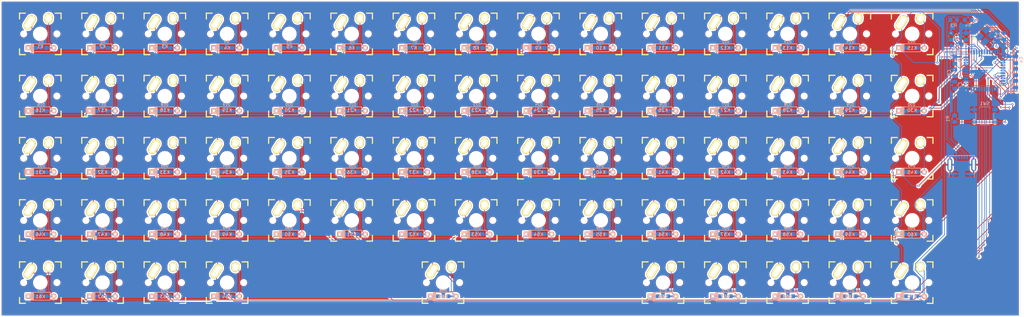
<source format=kicad_pcb>
(kicad_pcb (version 20241229) (generator "pcbnew") (generator_version "9.0")
  (layers (0 "F.Cu" signal) (2 "B.Cu" signal) (13 "F.Paste" user) (15 "B.Paste" user) (5 "F.SilkS" user "F.Silkscreen") (7 "B.SilkS" user "B.Silkscreen") (1 "F.Mask" user) (3 "B.Mask" user) (25 "Edge.Cuts" user))
  (net 0 "")
  (net 1 "GND")
  (net 2 "Net-(U1-XTAL1)")
  (net 3 "Net-(U1-XTAL2)")
  (net 4 "VCC")
  (net 5 "Net-(U1-UCap)")
  (net 6 "Net-(D1-A)")
  (net 7 "/Row0")
  (net 8 "Net-(D2-A)")
  (net 9 "Net-(D3-A)")
  (net 10 "Net-(D4-A)")
  (net 11 "Net-(D5-A)")
  (net 12 "Net-(D6-A)")
  (net 13 "Net-(D7-A)")
  (net 14 "Net-(D8-A)")
  (net 15 "Net-(D9-A)")
  (net 16 "Net-(D10-A)")
  (net 17 "Net-(D11-A)")
  (net 18 "Net-(D12-A)")
  (net 19 "Net-(D13-A)")
  (net 20 "Net-(D14-A)")
  (net 21 "Net-(D15-A)")
  (net 22 "/Row1")
  (net 23 "Net-(D16-A)")
  (net 24 "Net-(D17-A)")
  (net 25 "Net-(D18-A)")
  (net 26 "Net-(D19-A)")
  (net 27 "Net-(D20-A)")
  (net 28 "Net-(D21-A)")
  (net 29 "Net-(D22-A)")
  (net 30 "Net-(D23-A)")
  (net 31 "Net-(D24-A)")
  (net 32 "Net-(D25-A)")
  (net 33 "Net-(D26-A)")
  (net 34 "Net-(D27-A)")
  (net 35 "Net-(D28-A)")
  (net 36 "Net-(D29-A)")
  (net 37 "Net-(D30-A)")
  (net 38 "Net-(D31-A)")
  (net 39 "/Row2")
  (net 40 "Net-(D32-A)")
  (net 41 "Net-(D33-A)")
  (net 42 "Net-(D34-A)")
  (net 43 "Net-(D35-A)")
  (net 44 "Net-(D36-A)")
  (net 45 "Net-(D37-A)")
  (net 46 "Net-(D38-A)")
  (net 47 "Net-(D39-A)")
  (net 48 "Net-(D40-A)")
  (net 49 "Net-(D41-A)")
  (net 50 "Net-(D42-A)")
  (net 51 "Net-(D43-A)")
  (net 52 "Net-(D44-A)")
  (net 53 "Net-(D45-A)")
  (net 54 "/Row3")
  (net 55 "Net-(D46-A)")
  (net 56 "Net-(D47-A)")
  (net 57 "Net-(D48-A)")
  (net 58 "Net-(D49-A)")
  (net 59 "Net-(D50-A)")
  (net 60 "Net-(D51-A)")
  (net 61 "Net-(D52-A)")
  (net 62 "Net-(D53-A)")
  (net 63 "Net-(D54-A)")
  (net 64 "Net-(D55-A)")
  (net 65 "Net-(D56-A)")
  (net 66 "Net-(D57-A)")
  (net 67 "Net-(D58-A)")
  (net 68 "Net-(D59-A)")
  (net 69 "Net-(D60-A)")
  (net 70 "Net-(D61-A)")
  (net 71 "/Row4")
  (net 72 "Net-(D62-A)")
  (net 73 "Net-(D63-A)")
  (net 74 "Net-(D64-A)")
  (net 75 "Net-(D68-A)")
  (net 76 "Net-(D71-A)")
  (net 77 "Net-(D72-A)")
  (net 78 "Net-(D73-A)")
  (net 79 "Net-(D74-A)")
  (net 80 "Net-(D75-A)")
  (net 81 "Net-(J1-D-)")
  (net 83 "Net-(J1-D+)")
  (net 84 "/Col0")
  (net 85 "/Col1")
  (net 86 "/Col2")
  (net 87 "/Col3")
  (net 88 "/Col4")
  (net 89 "/Col5")
  (net 90 "/Col6")
  (net 91 "/Col7")
  (net 92 "/Col8")
  (net 93 "/Col9")
  (net 94 "/Col10")
  (net 95 "/Col11")
  (net 96 "/Col12")
  (net 97 "/Col13")
  (net 98 "/Col14")
  (net 99 "Net-(U1-~{RESET})")
  (net 100 "Net-(U1-~{HWB{slash}PE2})")
  (net 101 "Net-(U1-D-)")
  (net 102 "Net-(U1-D+)")
  (footprint "keebs.pretty-master:Mx_Alps_100" (layer "F.Cu") (at 119.38 88.9)
    (property "Reference" "K67")
    (property "Value" "KEYSW" (hide yes))
  )
  (footprint "keebs.pretty-master:Mx_Alps_100" (layer "F.Cu") (at 43.18 31.75)
    (property "Reference" "K23")
    (property "Value" "KEYSW" (hide yes))
  )
  (footprint "keebs.pretty-master:Mx_Alps_100" (layer "F.Cu") (at 24.13 69.85)
    (property "Reference" "K52")
    (property "Value" "KEYSW" (hide yes))
  )
  (footprint "keebs.pretty-master:Mx_Alps_100" (layer "F.Cu") (at -71.12 69.85)
    (property "Reference" "K47")
    (property "Value" "KEYSW" (hide yes))
  )
  (footprint "keebs.pretty-master:Mx_Alps_100" (layer "F.Cu") (at -52.07 50.8)
    (property "Reference" "K33")
    (property "Value" "KEYSW" (hide yes))
  )
  (footprint "keebs.pretty-master:Mx_Alps_100" (layer "F.Cu") (at -90.17 12.7)
    (property "Reference" "K1")
    (property "Value" "KEYSW" (hide yes))
  )
  (footprint "keebs.pretty-master:Mx_Alps_100" (layer "F.Cu") (at 119.38 31.75)
    (property "Reference" "K27")
    (property "Value" "KEYSW" (hide yes))
  )
  (footprint "keebs.pretty-master:Mx_Alps_100" (layer "F.Cu") (at 176.53 69.85)
    (property "Reference" "K60")
    (property "Value" "KEYSW" (hide yes))
  )
  (footprint "keebs.pretty-master:Mx_Alps_100" (layer "F.Cu") (at 138.43 31.75)
    (property "Reference" "K28")
    (property "Value" "KEYSW" (hide yes))
  )
  (footprint "keebs.pretty-master:Mx_Alps_100" (layer "F.Cu") (at 5.08 50.8)
    (property "Reference" "K36")
    (property "Value" "KEYSW" (hide yes))
  )
  (footprint "keebs.pretty-master:Mx_Alps_100" (layer "F.Cu") (at 176.53 31.75)
    (property "Reference" "K30")
    (property "Value" "KEYSW" (hide yes))
  )
  (footprint "keebs.pretty-master:Mx_Alps_100" (layer "F.Cu") (at 176.53 50.8)
    (property "Reference" "K45")
    (property "Value" "KEYSW" (hide yes))
  )
  (footprint "keebs.pretty-master:Mx_Alps_100" (layer "F.Cu") (at 5.08 12.7)
    (property "Reference" "K6")
    (property "Value" "KEYSW" (hide yes))
  )
  (footprint "keebs.pretty-master:Mx_Alps_100" (layer "F.Cu") (at 157.48 88.9)
    (property "Reference" "K69")
    (property "Value" "KEYSW" (hide yes))
  )
  (footprint "keebs.pretty-master:Mx_Alps_100" (layer "F.Cu") (at -13.97 69.85)
    (property "Reference" "K50")
    (property "Value" "KEYSW" (hide yes))
  )
  (footprint "keebs.pretty-master:Mx_Alps_100" (layer "F.Cu") (at 33.02 88.9)
    (property "Reference" "K65")
    (property "Value" "KEYSW" (hide yes))
  )
  (footprint "keebs.pretty-master:Mx_Alps_100" (layer "F.Cu") (at -52.07 69.85)
    (property "Reference" "K48")
    (property "Value" "KEYSW" (hide yes))
  )
  (footprint "keebs.pretty-master:Mx_Alps_100" (layer "F.Cu") (at -13.97 12.7)
    (property "Reference" "K5")
    (property "Value" "KEYSW" (hide yes))
  )
  (footprint "keebs.pretty-master:Mx_Alps_100" (layer "F.Cu") (at 5.08 69.85)
    (property "Reference" "K51")
    (property "Value" "KEYSW" (hide yes))
  )
  (footprint "keebs.pretty-master:Mx_Alps_100" (layer "F.Cu") (at -13.97 50.8)
    (property "Reference" "K35")
    (property "Value" "KEYSW" (hide yes))
  )
  (footprint "keebs.pretty-master:Mx_Alps_100" (layer "F.Cu") (at 24.13 12.7)
    (property "Reference" "K7")
    (property "Value" "KEYSW" (hide yes))
  )
  (footprint "keebs.pretty-master:Mx_Alps_100" (layer "F.Cu") (at -90.17 69.85)
    (property "Reference" "K46")
    (property "Value" "KEYSW" (hide yes))
  )
  (footprint "keebs.pretty-master:Mx_Alps_100" (layer "F.Cu") (at 62.23 12.7)
    (property "Reference" "K9")
    (property "Value" "KEYSW" (hide yes))
  )
  (footprint "keebs.pretty-master:Mx_Alps_100" (layer "F.Cu") (at 100.33 12.7)
    (property "Reference" "K11")
    (property "Value" "KEYSW" (hide yes))
  )
  (footprint "keebs.pretty-master:Mx_Alps_100" (layer "F.Cu") (at 62.23 31.75)
    (property "Reference" "K24")
    (property "Value" "KEYSW" (hide yes))
  )
  (footprint "keebs.pretty-master:Mx_Alps_100" (layer "F.Cu") (at 62.23 69.85)
    (property "Reference" "K54")
    (property "Value" "KEYSW" (hide yes))
  )
  (footprint "keebs.pretty-master:Mx_Alps_100" (layer "F.Cu") (at 81.28 12.7)
    (property "Reference" "K10")
    (property "Value" "KEYSW" (hide yes))
  )
  (footprint "keebs.pretty-master:Mx_Alps_100" (layer "F.Cu") (at 62.23 50.8)
    (property "Reference" "K39")
    (property "Value" "KEYSW" (hide yes))
  )
  (footprint "keebs.pretty-master:Mx_Alps_100" (layer "F.Cu") (at 100.33 88.9)
    (property "Reference" "K66")
    (property "Value" "KEYSW" (hide yes))
  )
  (footprint "keebs.pretty-master:Mx_Alps_100" (layer "F.Cu") (at -52.07 31.75)
    (property "Reference" "K18")
    (property "Value" "KEYSW" (hide yes))
  )
  (footprint "keebs.pretty-master:Mx_Alps_100" (layer "F.Cu") (at -90.17 50.8)
    (property "Reference" "K31")
    (property "Value" "KEYSW" (hide yes))
  )
  (footprint "keebs.pretty-master:Mx_Alps_100" (layer "F.Cu") (at 24.13 50.8)
    (property "Reference" "K37")
    (property "Value" "KEYSW" (hide yes))
  )
  (footprint "keebs.pretty-master:Mx_Alps_100" (layer "F.Cu") (at -90.17 88.9)
    (property "Reference" "K61")
    (property "Value" "KEYSW" (hide yes))
  )
  (footprint "keebs.pretty-master:Mx_Alps_100" (layer "F.Cu") (at -71.12 31.75)
    (property "Reference" "K17")
    (property "Value" "KEYSW" (hide yes))
  )
  (footprint "keebs.pretty-master:Mx_Alps_100" (layer "F.Cu") (at 138.43 88.9)
    (property "Reference" "K68")
    (property "Value" "KEYSW" (hide yes))
  )
  (footprint "keebs.pretty-master:Mx_Alps_100" (layer "F.Cu") (at 138.43 12.7)
    (property "Reference" "K13")
    (property "Value" "KEYSW" (hide yes))
  )
  (footprint "keebs.pretty-master:Mx_Alps_100" (layer "F.Cu") (at 100.33 31.75)
    (property "Reference" "K26")
    (property "Value" "KEYSW" (hide yes))
  )
  (footprint "keebs.pretty-master:Mx_Alps_100" (layer "F.Cu") (at 176.53 12.7)
    (property "Reference" "K15")
    (property "Value" "KEYSW" (hide yes))
  )
  (footprint "keebs.pretty-master:Mx_Alps_100" (layer "F.Cu") (at -52.07 88.9)
    (property "Reference" "K63")
    (property "Value" "KEYSW" (hide yes))
  )
  (footprint "keebs.pretty-master:Mx_Alps_100" (layer "F.Cu") (at -71.12 12.7)
    (property "Reference" "K2")
    (property "Value" "KEYSW" (hide yes))
  )
  (footprint "keebs.pretty-master:Mx_Alps_100" (layer "F.Cu") (at 81.28 31.75)
    (property "Reference" "K25")
    (property "Value" "KEYSW" (hide yes))
  )
  (footprint "keebs.pretty-master:Mx_Alps_100" (layer "F.Cu") (at 157.48 69.85)
    (property "Reference" "K59")
    (property "Value" "KEYSW" (hide yes))
  )
  (footprint "keebs.pretty-master:Mx_Alps_100" (layer "F.Cu") (at 43.18 50.8)
    (property "Reference" "K38")
    (property "Value" "KEYSW" (hide yes))
  )
  (footprint "keebs.pretty-master:Mx_Alps_100" (layer "F.Cu") (at -33.02 69.85)
    (property "Reference" "K49")
    (property "Value" "KEYSW" (hide yes))
  )
  (footprint "keebs.pretty-master:Mx_Alps_100" (layer "F.Cu") (at -90.17 31.75)
    (property "Reference" "K16")
    (property "Value" "KEYSW" (hide yes))
  )
  (footprint "keebs.pretty-master:Mx_Alps_100" (layer "F.Cu") (at 157.48 31.75)
    (property "Reference" "K29")
    (property "Value" "KEYSW" (hide yes))
  )
  (footprint "keebs.pretty-master:Mx_Alps_100" (layer "F.Cu") (at 119.38 50.8)
    (property "Reference" "K42")
    (property "Value" "KEYSW" (hide yes))
  )
  (footprint "keebs.pretty-master:Mx_Alps_100" (layer "F.Cu") (at 5.08 31.75)
    (property "Reference" "K21")
    (property "Value" "KEYSW" (hide yes))
  )
  (footprint "keebs.pretty-master:Mx_Alps_100" (layer "F.Cu") (at 119.38 69.85)
    (property "Reference" "K57")
    (property "Value" "KEYSW" (hide yes))
  )
  (footprint "keebs.pretty-master:Mx_Alps_100" (layer "F.Cu") (at -71.12 50.8)
    (property "Reference" "K32")
    (property "Value" "KEYSW" (hide yes))
  )
  (footprint "keebs.pretty-master:Mx_Alps_100" (layer "F.Cu") (at 119.38 12.7)
    (property "Reference" "K12")
    (property "Value" "KEYSW" (hide yes))
  )
  (footprint "keebs.pretty-master:Mx_Alps_100" (layer "F.Cu") (at 43.18 12.7)
    (property "Reference" "K8")
    (property "Value" "KEYSW" (hide yes))
  )
  (footprint "keebs.pretty-master:Mx_Alps_100" (layer "F.Cu") (at 157.48 12.7)
    (property "Reference" "K14")
    (property "Value" "KEYSW" (hide yes))
  )
  (footprint "keebs.pretty-master:Mx_Alps_100" (layer "F.Cu") (at -13.97 31.75)
    (property "Reference" "K20")
    (property "Value" "KEYSW" (hide yes))
  )
  (footprint "keebs.pretty-master:Mx_Alps_100" (layer "F.Cu") (at -71.12 88.9)
    (property "Reference" "K62")
    (property "Value" "KEYSW" (hide yes))
  )
  (footprint "keebs.pretty-master:Mx_Alps_100" (layer "F.Cu") (at -33.02 31.75)
    (property "Reference" "K19")
    (property "Value" "KEYSW" (hide yes))
  )
  (footprint "keebs.pretty-master:Mx_Alps_100" (layer "F.Cu") (at -52.07 12.7)
    (property "Reference" "K3")
    (property "Value" "KEYSW" (hide yes))
  )
  (footprint "keebs.pretty-master:Mx_Alps_100" (layer "F.Cu") (at 81.28 69.85)
    (property "Reference" "K55")
    (property "Value" "KEYSW" (hide yes))
  )
  (footprint "keebs.pretty-master:Mx_Alps_100" (layer "F.Cu") (at 176.53 88.9)
    (property "Reference" "K70")
    (property "Value" "KEYSW" (hide yes))
  )
  (footprint "keebs.pretty-master:Mx_Alps_100" (layer "F.Cu") (at 157.48 50.8)
    (property "Reference" "K44")
    (property "Value" "KEYSW" (hide yes))
  )
  (footprint "keebs.pretty-master:Mx_Alps_100" (layer "F.Cu") (at 138.43 50.8)
    (property "Reference" "K43")
    (property "Value" "KEYSW" (hide yes))
  )
  (footprint "keebs.pretty-master:Mx_Alps_100" (layer "F.Cu") (at 81.28 50.8)
    (property "Reference" "K40")
    (property "Value" "KEYSW" (hide yes))
  )
  (footprint "keebs.pretty-master:Mx_Alps_100" (layer "F.Cu") (at -33.02 12.7)
    (property "Reference" "K4")
    (property "Value" "KEYSW" (hide yes))
  )
  (footprint "keebs.pretty-master:Mx_Alps_100" (layer "F.Cu") (at -33.02 88.9)
    (property "Reference" "K64")
    (property "Value" "KEYSW" (hide yes))
  )
  (footprint "keebs.pretty-master:Mx_Alps_100" (layer "F.Cu") (at 100.33 50.8)
    (property "Reference" "K41")
    (property "Value" "KEYSW" (hide yes))
  )
  (footprint "keebs.pretty-master:Mx_Alps_100" (layer "F.Cu") (at 43.18 69.85)
    (property "Reference" "K53")
    (property "Value" "KEYSW" (hide yes))
  )
  (footprint "keebs.pretty-master:Mx_Alps_100" (layer "F.Cu") (at 100.33 69.85)
    (property "Reference" "K56")
    (property "Value" "KEYSW" (hide yes))
  )
  (footprint "keebs.pretty-master:Mx_Alps_100" (layer "F.Cu") (at 138.43 69.85)
    (property "Reference" "K58")
    (property "Value" "KEYSW" (hide yes))
  )
  (footprint "keebs.pretty-master:Mx_Alps_100" (layer "F.Cu") (at -33.02 50.8)
    (property "Reference" "K34")
    (property "Value" "KEYSW" (hide yes))
  )
  (footprint "keebs.pretty-master:Mx_Alps_100" (layer "F.Cu") (at 24.13 31.75)
    (property "Reference" "K22")
    (property "Value" "KEYSW" (hide yes))
  )
  (footprint "keyboard_parts.pretty-master:D_SOD123_axial" (layer "B.Cu") (at 5.325 16.96875)
    (property "Reference" "D6")
    (property "Value" "D" (hide yes))
  )
  (footprint "keyboard_parts.pretty-master:D_SOD123_axial" (layer "B.Cu") (at 62.34375 74.0625)
    (property "Reference" "D54")
    (property "Value" "D" (hide yes))
  )
  (footprint "keyboard_parts.pretty-master:D_SOD123_axial" (layer "B.Cu") (at -33.16875 16.96875)
    (property "Reference" "D4")
    (property "Value" "D" (hide yes))
  )
  (footprint "keyboard_parts.pretty-master:D_SOD123_axial" (layer "B.Cu") (at -89.925 16.96875)
    (property "Reference" "D1")
    (property "Value" "D" (hide yes))
  )
  (footprint "Crystal:Crystal_SMD_SeikoEpson_FA238-4Pin_3.2x2.5mm_HandSoldering" (layer "B.Cu") (at 199.009378 13.291237 45)
    (property "Reference" "X1")
    (property "Value" "XTAL_GND")
  )
  (footprint "keyboard_parts.pretty-master:D_SOD123_axial" (layer "B.Cu") (at 81.075 55.03125)
    (property "Reference" "D40")
    (property "Value" "D" (hide yes))
  )
  (footprint "keyboard_parts.pretty-master:D_SOD123_axial" (layer "B.Cu") (at 138.50625 16.96875)
    (property "Reference" "D13")
    (property "Value" "D" (hide yes))
  )
  (footprint "keyboard_parts.pretty-master:D_SOD123_axial" (layer "B.Cu") (at -71.15625 55.03125)
    (property "Reference" "D32")
    (property "Value" "D" (hide yes))
  )
  (footprint "keyboard_parts.pretty-master:D_SOD123_axial" (layer "B.Cu") (at 157.63125 74.0625)
    (property "Reference" "D59")
    (property "Value" "D" (hide yes))
  )
  (footprint "keyboard_parts.pretty-master:D_SOD123_axial" (layer "B.Cu") (at 100.3125 74.0625)
    (property "Reference" "D56")
    (property "Value" "D" (hide yes))
  )
  (footprint "keyboard_parts.pretty-master:D_SOD123_axial" (layer "B.Cu") (at 119.45625 16.96875)
    (property "Reference" "D12")
    (property "Value" "D" (hide yes))
  )
  (footprint "Capacitor_SMD:C_0805_2012Metric_Pad1.18x1.45mm_HandSolder" (layer "B.Cu") (at 208.21875 20.63125 90)
    (property "Reference" "C4")
    (property "Value" "0.1u")
  )
  (footprint "keyboard_parts.pretty-master:D_SOD123_axial" (layer "B.Cu") (at 43.427885 16.96875)
    (property "Reference" "D8")
    (property "Value" "D" (hide yes))
  )
  (footprint "keyboard_parts.pretty-master:D_SOD123_axial" (layer "B.Cu") (at -14.04375 16.96875)
    (property "Reference" "D5")
    (property "Value" "D" (hide yes))
  )
  (footprint "keyboard_parts.pretty-master:D_SOD123_axial" (layer "B.Cu") (at 24.346154 55.03125)
    (property "Reference" "D37")
    (property "Value" "D" (hide yes))
  )
  (footprint "keyboard_parts.pretty-master:D_SOD123_axial" (layer "B.Cu") (at 100.3125 36.28125)
    (property "Reference" "D26")
    (property "Value" "D" (hide yes))
  )
  (footprint "keyboard_parts.pretty-master:D_SOD123_axial" (layer "B.Cu") (at 138.50625 93.09375)
    (property "Reference" "D73")
    (property "Value" "D" (hide yes))
  )
  (footprint "keyboard_parts.pretty-master:D_SOD123_axial" (layer "B.Cu") (at -71.15625 74.0625)
    (property "Reference" "D47")
    (property "Value" "D" (hide yes))
  )
  (footprint "keyboard_parts.pretty-master:D_SOD123_axial" (layer "B.Cu") (at 24.346154 16.96875)
    (property "Reference" "D7")
    (property "Value" "D" (hide yes))
  )
  (footprint "keyboard_parts.pretty-master:D_SOD123_axial" (layer "B.Cu") (at -89.925 36.28125)
    (property "Reference" "D16")
    (property "Value" "D" (hide yes))
  )
  (footprint "keyboard_parts.pretty-master:D_SOD123_axial" (layer "B.Cu") (at 119.45625 36.28125)
    (property "Reference" "D27")
    (property "Value" "D" (hide yes))
  )
  (footprint "keyboard_parts.pretty-master:D_SOD123_axial" (layer "B.Cu") (at 62.34375 36.28125)
    (property "Reference" "D24")
    (property "Value" "D" (hide yes))
  )
  (footprint "Package_QFP:TQFP-44_10x10mm_P0.8mm" (layer "B.Cu") (at 198.65625 23.90625)
    (property "Reference" "U1")
    (property "Value" "ATMEGA32U4")
  )
  (footprint "keyboard_parts.pretty-master:D_SOD123_axial" (layer "B.Cu") (at 24.346154 36.28125)
    (property "Reference" "D22")
    (property "Value" "D" (hide yes))
  )
  (footprint "Capacitor_SMD:C_0805_2012Metric_Pad1.18x1.45mm_HandSolder" (layer "B.Cu") (at 204.5625 13.4125 -90)
    (property "Reference" "C2")
    (property "Value" "22p")
  )
  (footprint "Capacitor_SMD:C_0805_2012Metric_Pad1.18x1.45mm_HandSolder" (layer "B.Cu") (at 188.4375 13.50625 90)
    (property "Reference" "C6")
    (property "Value" "0.1u")
  )
  (footprint "keyboard_parts.pretty-master:D_SOD123_axial" (layer "B.Cu") (at -52.125 55.03125)
    (property "Reference" "D33")
    (property "Value" "D" (hide yes))
  )
  (footprint "Capacitor_SMD:C_0805_2012Metric_Pad1.18x1.45mm_HandSolder" (layer "B.Cu") (at 189.5625 20.79375 90)
    (property "Reference" "C5")
    (property "Value" "0.1u")
  )
  (footprint "keyboard_parts.pretty-master:D_SOD123_axial" (layer "B.Cu") (at 176.325 16.96875)
    (property "Reference" "D15")
    (property "Value" "D" (hide yes))
  )
  (footprint "keyboard_parts.pretty-master:D_SOD123_axial" (layer "B.Cu") (at 119.45625 55.03125)
    (property "Reference" "D42")
    (property "Value" "D" (hide yes))
  )
  (footprint "Resistor_SMD:R_0805_2012Metric_Pad1.20x1.40mm_HandSolder" (layer "B.Cu") (at 189.21875 8.4375)
    (property "Reference" "R3")
    (property "Value" "22")
  )
  (footprint "keyboard_parts.pretty-master:D_SOD123_axial" (layer "B.Cu") (at 138.50625 74.0625)
    (property "Reference" "D58")
    (property "Value" "D" (hide yes))
  )
  (footprint "keyboard_parts.pretty-master:D_SOD123_axial" (layer "B.Cu") (at -14.04375 36.28125)
    (property "Reference" "D20")
    (property "Value" "D" (hide yes))
  )
  (footprint "keyboard_parts.pretty-master:D_SOD123_axial" (layer "B.Cu") (at -33.16875 55.03125)
    (property "Reference" "D34")
    (property "Value" "D" (hide yes))
  )
  (footprint "keyboard_parts.pretty-master:D_SOD123_axial" (layer "B.Cu") (at -89.925 93.09375)
    (property "Reference" "D61")
    (property "Value" "D" (hide yes))
  )
  (footprint "keyboard_parts.pretty-master:D_SOD123_axial" (layer "B.Cu") (at -14.04375 55.03125)
    (property "Reference" "D35")
    (property "Value" "D" (hide yes))
  )
  (footprint "keyboard_parts.pretty-master:D_SOD123_axial" (layer "B.Cu") (at -71.0625 16.96875)
    (property "Reference" "D2")
    (property "Value" "D" (hide yes))
  )
  (footprint "Resistor_SMD:R_0805_2012Metric_Pad1.20x1.40mm_HandSolder" (layer "B.Cu") (at 193.65625 8.4375)
    (property "Reference" "R4")
    (property "Value" "22")
  )
  (footprint "keyboard_parts.pretty-master:D_SOD123_axial" (layer "B.Cu") (at 62.34375 55.03125)
    (property "Reference" "D39")
    (property "Value" "D" (hide yes))
  )
  (footprint "keyboard_parts.pretty-master:D_SOD123_axial" (layer "B.Cu") (at 157.63125 36.28125)
    (property "Reference" "D29")
    (property "Value" "D" (hide yes))
  )
  (footprint "keyboard_parts.pretty-master:D_SOD123_axial" (layer "B.Cu") (at 5.325 74.0625)
    (property "Reference" "D51")
    (property "Value" "D" (hide yes))
  )
  (footprint "keyboard_parts.pretty-master:D_SOD123_axial" (layer "B.Cu") (at 5.325 36.28125)
    (property "Reference" "D21")
    (property "Value" "D" (hide yes))
  )
  (footprint "keyboard_parts.pretty-master:D_SOD123_axial" (layer "B.Cu") (at -89.925 55.03125)
    (property "Reference" "D31")
    (property "Value" "D" (hide yes))
  )
  (footprint "keyboard_parts.pretty-master:D_SOD123_axial" (layer "B.Cu") (at 81.075 16.96875)
    (property "Reference" "D10")
    (property "Value" "D" (hide yes))
  )
  (footprint "keyboard_parts.pretty-master:D_SOD123_axial" (layer "B.Cu") (at -71.15625 93.09375)
    (property "Reference" "D62")
    (property "Value" "D" (hide yes))
  )
  (footprint "keyboard_parts.pretty-master:D_SOD123_axial" (layer "B.Cu") (at 176.325 55.03125)
    (property "Reference" "D45")
    (property "Value" "D" (hide yes))
  )
  (footprint "Resistor_SMD:R_0805_2012Metric_Pad1.20x1.40mm_HandSolder" (layer "B.Cu") (at 189.5 38.6875 -90)
    (property "Reference" "R1")
    (property "Value" "10k")
  )
  (footprint "keyboard_parts.pretty-master:D_SOD123_axial" (layer "B.Cu") (at 43.427885 55.03125)
    (property "Reference" "D38")
    (property "Value" "D" (hide yes))
  )
  (footprint "keyboard_parts.pretty-master:D_SOD123_axial" (layer "B.Cu") (at 24.346154 74.0625)
    (property "Reference" "D52")
    (property "Value" "D" (hide yes))
  )
  (footprint "keyboard_parts.pretty-master:D_SOD123_axial" (layer "B.Cu") (at -52.125 93.09375)
    (property "Reference" "D63")
    (property "Value" "D" (hide yes))
  )
  (footprint "keyboard_parts.pretty-master:D_SOD123_axial" (layer "B.Cu") (at 100.3125 55.03125)
    (property "Reference" "D41")
    (property "Value" "D" (hide yes))
  )
  (footprint "keyboard_parts.pretty-master:D_SOD123_axial" (layer "B.Cu") (at 157.63125 93.09375)
    (property "Reference" "D74")
    (property "Value" "D" (hide yes))
  )
  (footprint "keyboard_parts.pretty-master:D_SOD123_axial" (layer "B.Cu") (at 176.325 36.28125)
    (property "Reference" "D30")
    (property "Value" "D" (hide yes))
  )
  (footprint "keyboard_parts.pretty-master:D_SOD123_axial" (layer "B.Cu") (at -52.125 74.0625)
    (property "Reference" "D48")
    (property "Value" "D" (hide yes))
  )
  (footprint "Resistor_SMD:R_0805_2012Metric_Pad1.20x1.40mm_HandSolder" (layer "B.Cu") (at 208.21875 24.35625 -90)
    (property "Reference" "R2")
    (property "Value" "10k")
  )
  (footprint "keyboard_parts.pretty-master:D_SOD123_axial" (layer "B.Cu") (at -71.15625 36.28125)
    (property "Reference" "D17")
    (property "Value" "D" (hide yes))
  )
  (footprint "keyboard_parts.pretty-master:D_SOD123_axial" (layer "B.Cu") (at -33.16875 74.0625)
    (property "Reference" "D49")
    (property "Value" "D" (hide yes))
  )
  (footprint "keyboard_parts.pretty-master:D_SOD123_axial" (layer "B.Cu") (at 176.325 93.09375)
    (property "Reference" "D75")
    (property "Value" "D" (hide yes))
  )
  (footprint "keyboard_parts.pretty-master:D_SOD123_axial" (layer "B.Cu") (at -33.16875 93.09375)
    (property "Reference" "D64")
    (property "Value" "D" (hide yes))
  )
  (footprint "keyboard_parts.pretty-master:D_SOD123_axial" (layer "B.Cu") (at -89.925 74.0625)
    (property "Reference" "D46")
    (property "Value" "D" (hide yes))
  )
  (footprint "keyboard_parts.pretty-master:D_SOD123_axial" (layer "B.Cu") (at 157.63125 16.96875)
    (property "Reference" "D14")
    (property "Value" "D" (hide yes))
  )
  (footprint "keyboard_parts.pretty-master:D_SOD123_axial" (layer "B.Cu") (at 81.075 74.0625)
    (property "Reference" "D55")
    (property "Value" "D" (hide yes))
  )
  (footprint "keyboard_parts.pretty-master:D_SOD123_axial" (layer "B.Cu") (at 100.3125 93.09375)
    (property "Reference" "D71")
    (property "Value" "D" (hide yes))
  )
  (footprint "keyboard_parts.pretty-master:D_SOD123_axial" (layer "B.Cu") (at 157.63125 55.03125)
    (property "Reference" "D44")
    (property "Value" "D" (hide yes))
  )
  (footprint "keyboard_parts.pretty-master:D_SOD123_axial" (layer "B.Cu") (at 33.09375 93.09375)
    (property "Reference" "D68")
    (property "Value" "D" (hide yes))
  )
  (footprint "keyboard_parts.pretty-master:D_SOD123_axial" (layer "B.Cu") (at 138.50625 55.03125)
    (property "Reference" "D43")
    (property "Value" "D" (hide yes))
  )
  (footprint "keyboard_parts.pretty-master:D_SOD123_axial" (layer "B.Cu") (at 100.3125 16.96875)
    (property "Reference" "D11")
    (property "Value" "D" (hide yes))
  )
  (footprint "keyboard_parts.pretty-master:D_SOD123_axial" (layer "B.Cu") (at 176.325 74.0625)
    (property "Reference" "D60")
    (property "Value" "D" (hide yes))
  )
  (footprint "keyboard_parts.pretty-master:D_SOD123_axial" (layer "B.Cu") (at 81.075 36.28125)
    (property "Reference" "D25")
    (property "Value" "D" (hide yes))
  )
  (footprint "Button_Switch_SMD:SW_SPST_TL3342" (layer "B.Cu") (at 198.7125 37.80625 180)
    (property "Reference" "SW1")
    (property "Value" "SW_PUSH")
  )
  (footprint "Capacitor_SMD:C_0805_2012Metric_Pad1.18x1.45mm_HandSolder" (layer "B.Cu") (at 208.21875 28.13125 -90)
    (property "Reference" "C3")
    (property "Value" "0.1u")
  )
  (footprint "keyboard_parts.pretty-master:D_SOD123_axial" (layer "B.Cu") (at 119.45625 74.0625)
    (property "Reference" "D57")
    (property "Value" "D" (hide yes))
  )
  (footprint "keyboard_parts.pretty-master:D_SOD123_axial" (layer "B.Cu") (at -52.125 16.96875)
    (property "Reference" "D3")
    (property "Value" "D" (hide yes))
  )
  (footprint "keyboard_parts.pretty-master:D_SOD123_axial" (layer "B.Cu") (at -14.04375 74.0625)
    (property "Reference" "D50")
    (property "Value" "D" (hide yes))
  )
  (footprint "keyboard_parts.pretty-master:D_SOD123_axial" (layer "B.Cu") (at 138.50625 36.28125)
    (property "Reference" "D28")
    (property "Value" "D" (hide yes))
  )
  (footprint "keyboard_parts.pretty-master:D_SOD123_axial" (layer "B.Cu") (at -52.125 36.28125)
    (property "Reference" "D18")
    (property "Value" "D" (hide yes))
  )
  (footprint "keyboard_parts.pretty-master:D_SOD123_axial" (layer "B.Cu") (at -33.16875 36.28125)
    (property "Reference" "D19")
    (property "Value" "D" (hide yes))
  )
  (footprint "keyboard_parts.pretty-master:USB_miniB_hirose_5S8" (layer "B.Cu") (at 191.7125 50.38125 180)
    (property "Reference" "J1" (hide yes))
    (property "Value" "USB_mini_micro_B" (hide yes))
  )
  (footprint "keyboard_parts.pretty-master:D_SOD123_axial" (layer "B.Cu") (at 5.325 55.03125)
    (property "Reference" "D36")
    (property "Value" "D" (hide yes))
  )
  (footprint "keyboard_parts.pretty-master:D_SOD123_axial" (layer "B.Cu") (at 62.34375 16.96875)
    (property "Reference" "D9")
    (property "Value" "D" (hide yes))
  )
  (footprint "Capacitor_SMD:C_0805_2012Metric_Pad1.18x1.45mm_HandSolder" (layer "B.Cu") (at 189.5625 28.4 90)
    (property "Reference" "C7")
    (property "Value" "4.7u")
  )
  (footprint "keyboard_parts.pretty-master:D_SOD123_axial" (layer "B.Cu") (at 119.45625 93.09375)
    (property "Reference" "D72")
    (property "Value" "D" (hide yes))
  )
  (footprint "keyboard_parts.pretty-master:D_SOD123_axial" (layer "B.Cu") (at 43.427885 36.28125)
    (property "Reference" "D23")
    (property "Value" "D" (hide yes))
  )
  (footprint "Capacitor_SMD:C_0805_2012Metric_Pad1.18x1.45mm_HandSolder" (layer "B.Cu") (at 189.5625 24.6375 -90)
    (property "Reference" "C8")
    (property "Value" "1u")
  )
  (footprint "keyboard_parts.pretty-master:D_SOD123_axial" (layer "B.Cu") (at 43.427885 74.0625)
    (property "Reference" "D53")
    (property "Value" "D" (hide yes))
  )
  (footprint "Capacitor_SMD:C_0805_2012Metric_Pad1.18x1.45mm_HandSolder" (layer "B.Cu") (at 193.03125 13.50625 90)
    (property "Reference" "C1")
    (property "Value" "22p")
  )
  (gr_rect (start -102.46875 2.34375) (end 209.625 99.46875) (stroke (width 0.05)) (fill no) (layer "Edge.Cuts"))
  (segment (start 190.7875 12.46875) (end 188.4375 12.46875) (width 0.2) (layer "F.Cu") (net 1))
  (segment (start 201.85625 31.456193) (end 201.85625 29.56875) (width 0.2) (layer "F.Cu") (net 1))
  (segment (start 206.75 29.65625) (end 206.75 31) (width 0.2) (layer "F.Cu") (net 1))
  (segment (start 188.25 18.949997) (end 188.29994 18.949997) (width 0.2) (layer "F.Cu") (net 1))
  (segment (start 203.9125 19.5) (end 204.31875 19.90625) (width 0.2) (layer "F.Cu") (net 1))
  (segment (start 206.731985 27.731985) (end 206.731985 29.638235) (width 0.2) (layer "F.Cu") (net 1))
  (segment (start 190.62114 17.623667) (end 190.601057 17.64375) (width 0.2) (layer "F.Cu") (net 1))
  (segment (start 190.62114 15.87886) (end 190.62114 17.623667) (width 0.2) (layer "F.Cu") (net 1))
  (segment (start 206.731985 29.638235) (end 206.75 29.65625) (width 0.2) (layer "F.Cu") (net 1))
  (segment (start 203.251057 32.851) (end 201.85625 31.456193) (width 0.2) (layer "F.Cu") (net 1))
  (segment (start 204.149 32.851) (end 203.251057 32.851) (width 0.2) (layer "F.Cu") (net 1))
  (segment (start 195.5 25.599943) (end 194.424971 26.674971) (width 0.2) (layer "F.Cu") (net 1))
  (segment (start 194.349943 26.75) (end 188.25 26.75) (width 0.2) (layer "F.Cu") (net 1))
  (segment (start 190.81875 12.5) (end 190.7875 12.46875) (width 0.2) (layer "F.Cu") (net 1))
  (segment (start 188.46875 12.5) (end 188.4375 12.46875) (width 0.2) (layer "F.Cu") (net 1))
  (segment (start 194 16.400057) (end 194 16.6) (width 0.2) (layer "F.Cu") (net 1))
  (segment (start 189.401057 20.051114) (end 189.401057 23.6) (width 0.2) (layer "F.Cu") (net 1))
  (segment (start 192.4889 15.629422) (end 193.229365 15.629422) (width 0.2) (layer "F.Cu") (net 1))
  (segment (start 193 30) (end 195.5 27.5) (width 0.2) (layer "F.Cu") (net 1))
  (segment (start 195.5 27.5) (end 195.5 24.75) (width 0.2) (layer "F.Cu") (net 1))
  (segment (start 204.25 32.75) (end 204.149 32.851) (width 0.2) (layer "F.Cu") (net 1))
  (segment (start 202.5 19.5) (end 203.9125 19.5) (width 0.2) (layer "F.Cu") (net 1))
  (segment (start 194.424971 26.674971) (end 194.349943 26.75) (width 0.2) (layer "F.Cu") (net 1))
  (segment (start 195.5 24.75) (end 195.5 25.599943) (width 0.2) (layer "F.Cu") (net 1))
  (segment (start 193.229365 15.629422) (end 194 16.400057) (width 0.2) (layer "F.Cu") (net 1))
  (segment (start 188.29994 18.949997) (end 189.401057 20.051114) (width 0.2) (layer "F.Cu") (net 1))
  (via (at 202.5 19.5) (size 0.6) (drill 0.3) (layers "F.Cu" "B.Cu") (net 1))
  (via (at 206.731985 27.731985) (size 0.6) (drill 0.3) (layers "F.Cu" "B.Cu") (net 1))
  (via (at 195.5 24.75) (size 0.6) (drill 0.3) (layers "F.Cu" "B.Cu") (net 1))
  (via (at 206.75 31) (size 0.6) (drill 0.3) (layers "F.Cu" "B.Cu") (net 1))
  (via (at 194 16.6) (size 0.6) (drill 0.3) (layers "F.Cu" "B.Cu") (net 1))
  (via (at 188.25 18.949997) (size 0.6) (drill 0.3) (layers "F.Cu" "B.Cu") (net 1))
  (via (at 188.25 26.75) (size 0.6) (drill 0.3) (layers "F.Cu" "B.Cu") (net 1))
  (via (at 190.81875 12.5) (size 0.6) (drill 0.3) (layers "F.Cu" "B.Cu") (net 1))
  (via (at 192.4889 15.629422) (size 0.6) (drill 0.3) (layers "F.Cu" "B.Cu") (net 1))
  (via (at 201.85625 29.56875) (size 0.6) (drill 0.3) (layers "F.Cu" "B.Cu") (net 1))
  (via (at 188.4375 12.46875) (size 0.6) (drill 0.3) (layers "F.Cu" "B.Cu") (net 1))
  (via (at 193 30) (size 0.6) (drill 0.3) (layers "F.Cu" "B.Cu") (net 1))
  (via (at 204.31875 19.90625) (size 0.6) (drill 0.3) (layers "F.Cu" "B.Cu") (net 1))
  (via (at 204.25 32.75) (size 0.6) (drill 0.3) (layers "F.Cu" "B.Cu") (net 1))
  (via (at 189.401057 23.6) (size 0.6) (drill 0.3) (layers "F.Cu" "B.Cu") (net 1))
  (via (at 190.601057 17.64375) (size 0.6) (drill 0.3) (layers "F.Cu" "B.Cu") (net 1))
  (via (at 190.62114 15.87886) (size 0.6) (drill 0.3) (layers "F.Cu" "B.Cu") (net 1))
  (via (at 206.75 29.65625) (size 0.6) (drill 0.3) (layers "F.Cu" "B.Cu") (net 1))
  (segment (start 190.325172 15.629422) (end 192.4889 15.629422) (width 0.2) (layer "B.Cu") (net 1))
  (segment (start 188.25 24.9125) (end 189.5625 23.6) (width 0.2) (layer "B.Cu") (net 1))
  (segment (start 195.45625 29.56875) (end 195.45625 30.130194) (width 0.2) (layer "B.Cu") (net 1))
  (segment (start 188.050003 18.75) (end 188.25 18.949997) (width 0.2) (layer "B.Cu") (net 1))
  (segment (start 206.75 31) (end 205 32.75) (width 0.2) (layer "B.Cu") (net 1))
  (segment (start 193.60725 30.60725) (end 193 30) (width 0.2) (layer "B.Cu") (net 1))
  (segment (start 194.979194 30.60725) (end 193.60725 30.60725) (width 0.2) (layer "B.Cu") (net 1))
  (segment (start 189.4635 13.49475) (end 188.4375 12.46875) (width 0.2) (layer "B.Cu") (net 1))
  (segment (start 208.21875 25.35625) (end 206.731985 26.843015) (width 0.2) (layer "B.Cu") (net 1))
  (segment (start 206.731985 26.843015) (end 206.731985 27.731985) (width 0.2) (layer "B.Cu") (net 1))
  (segment (start 203.15625 13.04375) (end 204.5625 14.45) (width 0.2) (layer "B.Cu") (net 1))
  (segment (start 188.601 16.649) (end 188.050003 17.199997) (width 0.2) (layer "B.Cu") (net 1))
  (segment (start 204.5625 19.6625) (end 204.31875 19.90625) (width 0.2) (layer "B.Cu") (net 1))
  (segment (start 200.8125 13.04375) (end 203.15625 13.04375) (width 0.2) (layer "B.Cu") (net 1))
  (segment (start 197.05625 17.506251) (end 197.05625 18.24375) (width 0.2) (layer "B.Cu") (net 1))
  (segment (start 207.2375 29.16875) (end 206.75 29.65625) (width 0.2) (layer "B.Cu") (net 1))
  (segment (start 195.45625 30.130194) (end 194.979194 30.60725) (width 0.2) (layer "B.Cu") (net 1))
  (segment (start 189.4635 14.76775) (end 190.325172 15.629422) (width 0.2) (layer "B.Cu") (net 1))
  (segment (start 188.29994 18.949997) (end 188.25 18.949997) (width 0.2) (layer "B.Cu") (net 1))
  (segment (start 190.601057 17.64375) (end 189.606307 16.649) (width 0.2) (layer "B.Cu") (net 1))
  (segment (start 189.4635 13.49475) (end 189.4635 14.72122) (width 0.2) (layer "B.Cu") (net 1))
  (segment (start 194 16.6) (end 196.149999 16.6) (width 0.2) (layer "B.Cu") (net 1))
  (segment (start 192.99375 24.70625) (end 193.0375 24.75) (width 0.2) (layer "B.Cu") (net 1))
  (segment (start 188.050003 17.199997) (end 188.050003 18.75) (width 0.2) (layer "B.Cu") (net 1))
  (segment (start 189.5625 19.75625) (end 189.106193 19.75625) (width 0.2) (layer "B.Cu") (net 1))
  (segment (start 193.03125 12.46875) (end 190.85 12.46875) (width 0.2) (layer "B.Cu") (net 1))
  (segment (start 188.25 26.75) (end 188.25 24.9125) (width 0.2) (layer "B.Cu") (net 1))
  (segment (start 189.106193 19.75625) (end 188.29994 18.949997) (width 0.2) (layer "B.Cu") (net 1))
  (segment (start 189.4635 13.49475) (end 189.4635 14.76775) (width 0.2) (layer "B.Cu") (net 1))
  (segment (start 190.85 12.46875) (end 190.81875 12.5) (width 0.2) (layer "B.Cu") (net 1))
  (segment (start 196.149999 16.6) (end 197.05625 17.506251) (width 0.2) (layer "B.Cu") (net 1))
  (segment (start 204.63125 19.59375) (end 204.31875 19.90625) (width 0.2) (layer "B.Cu") (net 1))
  (segment (start 189.4635 14.72122) (end 190.62114 15.87886) (width 0.2) (layer "B.Cu") (net 1))
  (segment (start 205 32.75) (end 204.25 32.75) (width 0.2) (layer "B.Cu") (net 1))
  (segment (start 193.0375 24.75) (end 195.5 24.75) (width 0.2) (layer "B.Cu") (net 1))
  (segment (start 197.05625 18.981249) (end 197.575001 19.5) (width 0.2) (layer "B.Cu") (net 1))
  (segment (start 208.21875 25.35625) (end 207.64375 25.35625) (width 0.2) (layer "B.Cu") (net 1))
  (segment (start 189.606307 16.649) (end 188.601 16.649) (width 0.2) (layer "B.Cu") (net 1))
  (segment (start 204.5625 14.45) (end 204.5625 19.6625) (width 0.2) (layer "B.Cu") (net 1))
  (segment (start 197.05625 18.24375) (end 197.05625 18.981249) (width 0.2) (layer "B.Cu") (net 1))
  (segment (start 208.21875 29.16875) (end 207.2375 29.16875) (width 0.2) (layer "B.Cu") (net 1))
  (segment (start 197.575001 19.5) (end 202.5 19.5) (width 0.2) (layer "B.Cu") (net 1))
  (segment (start 208.21875 19.59375) (end 204.63125 19.59375) (width 0.2) (layer "B.Cu") (net 1))
  (segment (start 194.036276 13.538724) (end 193.03125 14.54375) (width 0.2) (layer "B.Cu") (net 2))
  (segment (start 196.463794 16.113795) (end 197.85625 17.506251) (width 0.2) (layer "B.Cu") (net 2))
  (segment (start 197.206256 13.538724) (end 194.036276 13.538724) (width 0.2) (layer "B.Cu") (net 2))
  (segment (start 196.463794 14.281186) (end 196.463794 16.113795) (width 0.2) (layer "B.Cu") (net 2))
  (segment (start 197.85625 17.506251) (end 197.85625 18.24375) (width 0.2) (layer "B.Cu") (net 2))
  (segment (start 197.206256 13.538724) (end 196.463794 14.281186) (width 0.2) (layer "B.Cu") (net 2))
  (segment (start 202.933153 10.745653) (end 199.999327 10.745653) (width 0.2) (layer "B.Cu") (net 3))
  (segment (start 198.65625 17.506251) (end 198.65625 18.24375) (width 0.2) (layer "B.Cu") (net 3))
  (segment (start 199.999327 10.745653) (end 199.256865 11.488115) (width 0.2) (layer "B.Cu") (net 3))
  (segment (start 200.343094 15.819407) (end 198.65625 17.506251) (width 0.2) (layer "B.Cu") (net 3))
  (segment (start 204.5625 12.375) (end 202.933153 10.745653) (width 0.2) (layer "B.Cu") (net 3))
  (segment (start 199.22151 11.947734) (end 199.22151 13.643374) (width 0.2) (layer "B.Cu") (net 3))
  (segment (start 199.22151 13.643374) (end 200.343094 14.764958) (width 0.2) (layer "B.Cu") (net 3))
  (segment (start 200.343094 14.764958) (end 200.343094 15.819407) (width 0.2) (layer "B.Cu") (net 3))
  (segment (start 208.21875 21.66875) (end 207.25625 20.70625) (width 0.2) (layer "B.Cu") (net 4))
  (segment (start 195.955249 17.20525) (end 196.25625 17.506251) (width 0.2) (layer "B.Cu") (net 4))
  (segment (start 196.25625 20.843693) (end 196.25625 18.24375) (width 0.2) (layer "B.Cu") (net 4))
  (segment (start 195.133306 28.53025) (end 194.65625 29.007306) (width 0.2) (layer "B.Cu") (net 4))
  (segment (start 202.65625 29.007306) (end 202.179194 28.53025) (width 0.2) (layer "B.Cu") (net 4))
  (segment (start 193.731249 27.10625) (end 192.99375 27.10625) (width 0.2) (layer "B.Cu") (net 4))
  (segment (start 197.357306 27.10625) (end 201.356778 23.106778) (width 0.2) (layer "B.Cu") (net 4))
  (segment (start 189.5 37.6875) (end 188.499 38.6885) (width 0.2) (layer "B.Cu") (net 4))
  (segment (start 189.5625 29.4375) (end 191.89375 27.10625) (width 0.2) (layer "B.Cu") (net 4))
  (segment (start 189.5625 21.83125) (end 190.8375 23.10625) (width 0.2) (layer "B.Cu") (net 4))
  (segment (start 192.99375 27.10625) (end 197.357306 27.10625) (width 0.2) (layer "B.Cu") (net 4))
  (segment (start 188.499 44.815751) (end 193.3125 49.629251) (width 0.2) (layer "B.Cu") (net 4))
  (segment (start 191.89375 27.10625) (end 192.99375 27.10625) (width 0.2) (layer "B.Cu") (net 4))
  (segment (start 207.25625 20.70625) (end 204.31875 20.70625) (width 0.2) (layer "B.Cu") (net 4))
  (segment (start 191.099 17.20525) (end 195.955249 17.20525) (width 0.2) (layer "B.Cu") (net 4))
  (segment (start 194.65625 29.56875) (end 194.65625 28.031251) (width 0.2) (layer "B.Cu") (net 4))
  (segment (start 205.9329 29.25) (end 206.0625 29.25) (width 0.2) (layer "B.Cu") (net 4))
  (segment (start 189.5625 37.625) (end 189.5 37.6875) (width 0.2) (layer "B.Cu") (net 4))
  (segment (start 193.3125 49.629251) (end 193.3125 50.38125) (width 0.2) (layer "B.Cu") (net 4))
  (segment (start 202.65625 29.56875) (end 202.65625 31.15625) (width 0.2) (layer "B.Cu") (net 4))
  (segment (start 202.179194 28.53025) (end 195.133306 28.53025) (width 0.2) (layer "B.Cu") (net 4))
  (segment (start 192.99375 23.10625) (end 201.35625 23.10625) (width 0.2) (layer "B.Cu") (net 4))
  (segment (start 203.757306 20.70625) (end 204.31875 20.70625) (width 0.2) (layer "B.Cu") (net 4))
  (segment (start 188.4375 14.54375) (end 191.099 17.20525) (width 0.2) (layer "B.Cu") (net 4))
  (segment (start 202.65625 29.56875) (end 202.65625 29.007306) (width 0.2) (layer "B.Cu") (net 4))
  (segment (start 190.8375 23.10625) (end 192.99375 23.10625) (width 0.2) (layer "B.Cu") (net 4))
  (segment (start 194.65625 28.031251) (end 193.731249 27.10625) (width 0.2) (layer "B.Cu") (net 4))
  (segment (start 188.499 38.6885) (end 188.499 44.815751) (width 0.2) (layer "B.Cu") (net 4))
  (segment (start 201.356778 23.106778) (end 203.757306 20.70625) (width 0.2) (layer "B.Cu") (net 4))
  (segment (start 189.5625 29.4375) (end 189.5625 37.625) (width 0.2) (layer "B.Cu") (net 4))
  (segment (start 193.993693 23.10625) (end 196.25625 20.843693) (width 0.2) (layer "B.Cu") (net 4))
  (segment (start 201.35625 23.10625) (end 201.356778 23.106778) (width 0.2) (layer "B.Cu") (net 4))
  (segment (start 204.02665 31.15625) (end 205.9329 29.25) (width 0.2) (layer "B.Cu") (net 4))
  (segment (start 206.0625 29.25) (end 208.21875 27.09375) (width 0.2) (layer "B.Cu") (net 4))
  (segment (start 192.99375 23.10625) (end 193.993693 23.10625) (width 0.2) (layer "B.Cu") (net 4))
  (segment (start 202.65625 31.15625) (end 204.02665 31.15625) (width 0.2) (layer "B.Cu") (net 4))
  (segment (start 194.65625 29.007306) (end 194.65625 29.56875) (width 0.2) (layer "B.Cu") (net 4))
  (segment (start 196.25625 17.506251) (end 196.25625 18.24375) (width 0.2) (layer "B.Cu") (net 4))
  (segment (start 191.33125 23.90625) (end 192.99375 23.90625) (width 0.2) (layer "B.Cu") (net 5))
  (segment (start 189.5625 25.675) (end 191.33125 23.90625) (width 0.2) (layer "B.Cu") (net 5))
  (segment (start -87.65 15.34375) (end -87.65 7.91) (width 0.2) (layer "B.Cu") (net 6))
  (segment (start -86.025 16.96875) (end -87.65 15.34375) (width 0.2) (layer "B.Cu") (net 6))
  (segment (start 186.561557 17.25) (end 189.25 17.25) (width 0.2) (layer "F.Cu") (net 7))
  (segment (start 184.25 19.561557) (end 186.561557 17.25) (width 0.2) (layer "F.Cu") (net 7))
  (segment (start 184.25 21.5) (end 184.25 19.561557) (width 0.2) (layer "F.Cu") (net 7))
  (via (at 189.25 17.25) (size 0.6) (drill 0.3) (layers "F.Cu" "B.Cu") (net 7))
  (via (at 184.25 21.5) (size 0.6) (drill 0.3) (layers "F.Cu" "B.Cu") (net 7))
  (segment (start 193.299944 18.851) (end 194.03225 19.583306) (width 0.2) (layer "B.Cu") (net 7))
  (segment (start 154.83225 18.06975) (end 171.324 18.06975) (width 0.2) (layer "B.Cu") (net 7))
  (segment (start -37.06875 16.96875) (end -35.96775 18.06975) (width 0.2) (layer "B.Cu") (net 7))
  (segment (start 115.55625 16.96875) (end 116.65725 18.06975) (width 0.2) (layer "B.Cu") (net 7))
  (segment (start 116.65725 18.06975) (end 133.50525 18.06975) (width 0.2) (layer "B.Cu") (net 7))
  (segment (start -73.8615 18.06975) (end -57.126 18.06975) (width 0.2) (layer "B.Cu") (net 7))
  (segment (start 189.001057 18.851) (end 193.299944 18.851) (width 0.2) (layer "B.Cu") (net 7))
  (segment (start 114.45525 18.06975) (end 115.55625 16.96875) (width 0.2) (layer "B.Cu") (net 7))
  (segment (start -56.025 16.96875) (end -54.924 18.06975) (width 0.2) (layer "B.Cu") (net 7))
  (segment (start 38.426885 18.06975) (end 39.527885 16.96875) (width 0.2) (layer "B.Cu") (net 7))
  (segment (start 19.345154 18.06975) (end 20.446154 16.96875) (width 0.2) (layer "B.Cu") (net 7))
  (segment (start 76.074 18.06975) (end 77.175 16.96875) (width 0.2) (layer "B.Cu") (net 7))
  (segment (start 188.649 18.498943) (end 189.001057 18.851) (width 0.2) (layer "B.Cu") (net 7))
  (segment (start 21.547154 18.06975) (end 38.426885 18.06975) (width 0.2) (layer "B.Cu") (net 7))
  (segment (start 77.175 16.96875) (end 78.276 18.06975) (width 0.2) (layer "B.Cu") (net 7))
  (segment (start -74.9625 16.96875) (end -73.8615 18.06975) (width 0.2) (layer "B.Cu") (net 7))
  (segment (start 171.324 18.06975) (end 172.425 16.96875) (width 0.2) (layer "B.Cu") (net 7))
  (segment (start 176.95625 21.5) (end 184.25 21.5) (width 0.2) (layer "B.Cu") (net 7))
  (segment (start 96.4125 16.96875) (end 97.5135 18.06975) (width 0.2) (layer "B.Cu") (net 7))
  (segment (start 2.526 18.06975) (end 19.345154 18.06975) (width 0.2) (layer "B.Cu") (net 7))
  (segment (start 58.44375 16.96875) (end 59.54475 18.06975) (width 0.2) (layer "B.Cu") (net 7))
  (segment (start 1.425 16.96875) (end 2.526 18.06975) (width 0.2) (layer "B.Cu") (net 7))
  (segment (start 78.276 18.06975) (end 95.3115 18.06975) (width 0.2) (layer "B.Cu") (net 7))
  (segment (start 172.425 16.96875) (end 176.95625 21.5) (width 0.2) (layer "B.Cu") (net 7))
  (segment (start -93.825 16.96875) (end -92.724 18.06975) (width 0.2) (layer "B.Cu") (net 7))
  (segment (start 20.446154 16.96875) (end 21.547154 18.06975) (width 0.2) (layer "B.Cu") (net 7))
  (segment (start -76.0635 18.06975) (end -74.9625 16.96875) (width 0.2) (layer "B.Cu") (net 7))
  (segment (start 97.5135 18.06975) (end 114.45525 18.06975) (width 0.2) (layer "B.Cu") (net 7))
  (segment (start 39.527885 16.96875) (end 40.628885 18.06975) (width 0.2) (layer "B.Cu") (net 7))
  (segment (start 194.03225 21.829194) (end 193.555194 22.30625) (width 0.2) (layer "B.Cu") (net 7))
  (segment (start 134.60625 16.96875) (end 135.70725 18.06975) (width 0.2) (layer "B.Cu") (net 7))
  (segment (start 193.555194 22.30625) (end 192.99375 22.30625) (width 0.2) (layer "B.Cu") (net 7))
  (segment (start 40.628885 18.06975) (end 57.34275 18.06975) (width 0.2) (layer "B.Cu") (net 7))
  (segment (start 188.649 17.851) (end 188.649 18.498943) (width 0.2) (layer "B.Cu") (net 7))
  (segment (start -92.724 18.06975) (end -76.0635 18.06975) (width 0.2) (layer "B.Cu") (net 7))
  (segment (start -57.126 18.06975) (end -56.025 16.96875) (width 0.2) (layer "B.Cu") (net 7))
  (segment (start 153.73125 16.96875) (end 154.83225 18.06975) (width 0.2) (layer "B.Cu") (net 7))
  (segment (start 189.25 17.25) (end 188.649 17.851) (width 0.2) (layer "B.Cu") (net 7))
  (segment (start -35.96775 18.06975) (end -19.04475 18.06975) (width 0.2) (layer "B.Cu") (net 7))
  (segment (start 194.03225 19.583306) (end 194.03225 21.829194) (width 0.2) (layer "B.Cu") (net 7))
  (segment (start 152.63025 18.06975) (end 153.73125 16.96875) (width 0.2) (layer "B.Cu") (net 7))
  (segment (start 95.3115 18.06975) (end 96.4125 16.96875) (width 0.2) (layer "B.Cu") (net 7))
  (segment (start -19.04475 18.06975) (end -17.94375 16.96875) (width 0.2) (layer "B.Cu") (net 7))
  (segment (start 133.50525 18.06975) (end 134.60625 16.96875) (width 0.2) (layer "B.Cu") (net 7))
  (segment (start 0.324 18.06975) (end 1.425 16.96875) (width 0.2) (layer "B.Cu") (net 7))
  (segment (start -54.924 18.06975) (end -38.16975 18.06975) (width 0.2) (layer "B.Cu") (net 7))
  (segment (start -38.16975 18.06975) (end -37.06875 16.96875) (width 0.2) (layer "B.Cu") (net 7))
  (segment (start -16.84275 18.06975) (end 0.324 18.06975) (width 0.2) (layer "B.Cu") (net 7))
  (segment (start 59.54475 18.06975) (end 76.074 18.06975) (width 0.2) (layer "B.Cu") (net 7))
  (segment (start 57.34275 18.06975) (end 58.44375 16.96875) (width 0.2) (layer "B.Cu") (net 7))
  (segment (start -17.94375 16.96875) (end -16.84275 18.06975) (width 0.2) (layer "B.Cu") (net 7))
  (segment (start 135.70725 18.06975) (end 152.63025 18.06975) (width 0.2) (layer "B.Cu") (net 7))
  (segment (start -67.1625 16.96875) (end -68.6 15.53125) (width 0.2) (layer "B.Cu") (net 8))
  (segment (start -68.6 15.53125) (end -68.6 7.91) (width 0.2) (layer "B.Cu") (net 8))
  (segment (start -48.225 16.96875) (end -48.225 9.235) (width 0.2) (layer "B.Cu") (net 9))
  (segment (start -48.225 9.235) (end -49.55 7.91) (width 0.2) (layer "B.Cu") (net 9))
  (segment (start -29.26875 16.96875) (end -29.26875 9.14125) (width 0.2) (layer "B.Cu") (net 10))
  (segment (start -29.26875 9.14125) (end -30.5 7.91) (width 0.2) (layer "B.Cu") (net 10))
  (segment (start -10.14375 16.96875) (end -10.14375 9.21625) (width 0.2) (layer "B.Cu") (net 11))
  (segment (start -10.14375 9.21625) (end -11.45 7.91) (width 0.2) (layer "B.Cu") (net 11))
  (segment (start 9.225 16.96875) (end 7.6 15.34375) (width 0.2) (layer "B.Cu") (net 12))
  (segment (start 7.6 15.34375) (end 7.6 7.91) (width 0.2) (layer "B.Cu") (net 12))
  (segment (start 28.246154 16.96875) (end 26.65 15.372596) (width 0.2) (layer "B.Cu") (net 13))
  (segment (start 26.65 15.372596) (end 26.65 7.91) (width 0.2) (layer "B.Cu") (net 13))
  (segment (start 45.7 15.340865) (end 45.7 7.91) (width 0.2) (layer "B.Cu") (net 14))
  (segment (start 47.327885 16.96875) (end 45.7 15.340865) (width 0.2) (layer "B.Cu") (net 14))
  (segment (start 64.75 15.475) (end 64.75 7.91) (width 0.2) (layer "B.Cu") (net 15))
  (segment (start 66.24375 16.96875) (end 64.75 15.475) (width 0.2) (layer "B.Cu") (net 15))
  (segment (start 84.975 16.96875) (end 84.975 9.085) (width 0.2) (layer "B.Cu") (net 16))
  (segment (start 84.975 9.085) (end 83.8 7.91) (width 0.2) (layer "B.Cu") (net 16))
  (segment (start 102.85 15.60625) (end 102.85 7.91) (width 0.2) (layer "B.Cu") (net 17))
  (segment (start 104.2125 16.96875) (end 102.85 15.60625) (width 0.2) (layer "B.Cu") (net 17))
  (segment (start 121.9 15.5125) (end 121.9 7.91) (width 0.2) (layer "B.Cu") (net 18))
  (segment (start 123.35625 16.96875) (end 121.9 15.5125) (width 0.2) (layer "B.Cu") (net 18))
  (segment (start 142.40625 16.96875) (end 140.95 15.5125) (width 0.2) (layer "B.Cu") (net 19))
  (segment (start 140.95 15.5125) (end 140.95 7.91) (width 0.2) (layer "B.Cu") (net 19))
  (segment (start 160 15.4375) (end 160 7.91) (width 0.2) (layer "B.Cu") (net 20))
  (segment (start 161.53125 16.96875) (end 160 15.4375) (width 0.2) (layer "B.Cu") (net 20))
  (segment (start 180.225 9.085) (end 179.05 7.91) (width 0.2) (layer "B.Cu") (net 21))
  (segment (start 180.225 16.96875) (end 180.225 9.085) (width 0.2) (layer "B.Cu") (net 21))
  (segment (start 190.001057 24.149) (end 190.001057 15.101) (width 0.2) (layer "F.Cu") (net 22))
  (segment (start 184.75 29.400057) (end 190.001057 24.149) (width 0.2) (layer "F.Cu") (net 22))
  (segment (start 191.651 22.849) (end 192.99375 21.50625) (width 0.2) (layer "F.Cu") (net 22))
  (segment (start 190.001057 13.899) (end 190.498943 13.899) (width 0.2) (layer "F.Cu") (net 22))
  (segment (start 184.75 33.5) (end 184.75 29.400057) (width 0.2) (layer "F.Cu") (net 22))
  (segment (start 189.649 14.748943) (end 189.649 14.251057) (width 0.2) (layer "F.Cu") (net 22))
  (segment (start 190.001057 15.101) (end 189.649 14.748943) (width 0.2) (layer "F.Cu") (net 22))
  (segment (start 190.498943 13.899) (end 191.651 15.051057) (width 0.2) (layer "F.Cu") (net 22))
  (segment (start 191.651 15.051057) (end 191.651 22.849) (width 0.2) (layer "F.Cu") (net 22))
  (segment (start 189.649 14.251057) (end 190.001057 13.899) (width 0.2) (layer "F.Cu") (net 22))
  (via (at 184.75 33.5) (size 0.6) (drill 0.3) (layers "F.Cu" "B.Cu") (net 22))
  (via (at 192.99375 21.50625) (size 0.6) (drill 0.3) (layers "F.Cu" "B.Cu") (net 22))
  (segment (start 173.526 37.38225) (end 180.86775 37.38225) (width 0.2) (layer "B.Cu") (net 22))
  (segment (start 172.425 36.28125) (end 171.324 37.38225) (width 0.2) (layer "B.Cu") (net 22))
  (segment (start 152.63025 37.38225) (end 135.70725 37.38225) (width 0.2) (layer "B.Cu") (net 22))
  (segment (start 57.34275 37.38225) (end 40.628885 37.38225) (width 0.2) (layer "B.Cu") (net 22))
  (segment (start -54.924 37.38225) (end -56.025 36.28125) (width 0.2) (layer "B.Cu") (net 22))
  (segment (start -35.96775 37.38225) (end -37.06875 36.28125) (width 0.2) (layer "B.Cu") (net 22))
  (segment (start 1.425 36.28125) (end 0.324 37.38225) (width 0.2) (layer "B.Cu") (net 22))
  (segment (start -16.84275 37.38225) (end -17.94375 36.28125) (width 0.2) (layer "B.Cu") (net 22))
  (segment (start 21.547154 37.38225) (end 20.446154 36.28125) (width 0.2) (layer "B.Cu") (net 22))
  (segment (start -57.126 37.38225) (end -73.95525 37.38225) (width 0.2) (layer "B.Cu") (net 22))
  (segment (start -19.04475 37.38225) (end -35.96775 37.38225) (width 0.2) (layer "B.Cu") (net 22))
  (segment (start 153.73125 36.28125) (end 152.63025 37.38225) (width 0.2) (layer "B.Cu") (net 22))
  (segment (start 133.50525 37.38225) (end 116.65725 37.38225) (width 0.2) (layer "B.Cu") (net 22))
  (segment (start 59.54475 37.38225) (end 58.44375 36.28125) (width 0.2) (layer "B.Cu") (net 22))
  (segment (start 38.426885 37.38225) (end 21.547154 37.38225) (width 0.2) (layer "B.Cu") (net 22))
  (segment (start 0.324 37.38225) (end -16.84275 37.38225) (width 0.2) (layer "B.Cu") (net 22))
  (segment (start 172.425 36.28125) (end 173.526 37.38225) (width 0.2) (layer "B.Cu") (net 22))
  (segment (start -76.275 37.5) (end -92.60625 37.5) (width 0.2) (layer "B.Cu") (net 22))
  (segment (start -75.05625 36.28125) (end -76.275 37.5) (width 0.2) (layer "B.Cu") (net 22))
  (segment (start 39.527885 36.28125) (end 38.426885 37.38225) (width 0.2) (layer "B.Cu") (net 22))
  (segment (start 78.276 37.38225) (end 77.175 36.28125) (width 0.2) (layer "B.Cu") (net 22))
  (segment (start 40.628885 37.38225) (end 39.527885 36.28125) (width 0.2) (layer "B.Cu") (net 22))
  (segment (start -92.60625 37.5) (end -93.825 36.28125) (width 0.2) (layer "B.Cu") (net 22))
  (segment (start 135.70725 37.38225) (end 134.60625 36.28125) (width 0.2) (layer "B.Cu") (net 22))
  (segment (start 180.86775 37.38225) (end 184.75 33.5) (width 0.2) (layer "B.Cu") (net 22))
  (segment (start 154.83225 37.38225) (end 153.73125 36.28125) (width 0.2) (layer "B.Cu") (net 22))
  (segment (start 97.5135 37.38225) (end 96.4125 36.28125) (width 0.2) (layer "B.Cu") (net 22))
  (segment (start 76.074 37.38225) (end 59.54475 37.38225) (width 0.2) (layer "B.Cu") (net 22))
  (segment (start 96.4125 36.28125) (end 95.3115 37.38225) (width 0.2) (layer "B.Cu") (net 22))
  (segment (start -73.95525 37.38225) (end -75.05625 36.28125) (width 0.2) (layer "B.Cu") (net 22))
  (segment (start 19.345154 37.38225) (end 2.526 37.38225) (width 0.2) (layer "B.Cu") (net 22))
  (segment (start 2.526 37.38225) (end 1.425 36.28125) (width 0.2) (layer "B.Cu") (net 22))
  (segment (start -17.94375 36.28125) (end -19.04475 37.38225) (width 0.2) (layer "B.Cu") (net 22))
  (segment (start 114.45525 37.38225) (end 97.5135 37.38225) (width 0.2) (layer "B.Cu") (net 22))
  (segment (start 171.324 37.38225) (end 154.83225 37.38225) (width 0.2) (layer "B.Cu") (net 22))
  (segment (start -56.025 36.28125) (end -57.126 37.38225) (width 0.2) (layer "B.Cu") (net 22))
  (segment (start 58.44375 36.28125) (end 57.34275 37.38225) (width 0.2) (layer "B.Cu") (net 22))
  (segment (start 77.175 36.28125) (end 76.074 37.38225) (width 0.2) (layer "B.Cu") (net 22))
  (segment (start 134.60625 36.28125) (end 133.50525 37.38225) (width 0.2) (layer "B.Cu") (net 22))
  (segment (start 20.446154 36.28125) (end 19.345154 37.38225) (width 0.2) (layer "B.Cu") (net 22))
  (segment (start 115.55625 36.28125) (end 114.45525 37.38225) (width 0.2) (layer "B.Cu") (net 22))
  (segment (start 116.65725 37.38225) (end 115.55625 36.28125) (width 0.2) (layer "B.Cu") (net 22))
  (segment (start 95.3115 37.38225) (end 78.276 37.38225) (width 0.2) (layer "B.Cu") (net 22))
  (segment (start -37.06875 36.28125) (end -38.16975 37.38225) (width 0.2) (layer "B.Cu") (net 22))
  (segment (start -38.16975 37.38225) (end -54.924 37.38225) (width 0.2) (layer "B.Cu") (net 22))
  (segment (start -87.65 34.65625) (end -87.65 26.96) (width 0.2) (layer "B.Cu") (net 23))
  (segment (start -86.025 36.28125) (end -87.65 34.65625) (width 0.2) (layer "B.Cu") (net 23))
  (segment (start -67.25625 28.30375) (end -68.6 26.96) (width 0.2) (layer "B.Cu") (net 24))
  (segment (start -67.25625 36.28125) (end -67.25625 28.30375) (width 0.2) (layer "B.Cu") (net 24))
  (segment (start -48.225 36.28125) (end -48.225 28.285) (width 0.2) (layer "B.Cu") (net 25))
  (segment (start -48.225 28.285) (end -49.55 26.96) (width 0.2) (layer "B.Cu") (net 25))
  (segment (start -29.26875 28.19125) (end -30.5 26.96) (width 0.2) (layer "B.Cu") (net 26))
  (segment (start -29.26875 36.28125) (end -29.26875 28.19125) (width 0.2) (layer "B.Cu") (net 26))
  (segment (start -10.14375 36.28125) (end -10.14375 28.26625) (width 0.2) (layer "B.Cu") (net 27))
  (segment (start -10.14375 28.26625) (end -11.45 26.96) (width 0.2) (layer "B.Cu") (net 27))
  (segment (start 9.225 36.28125) (end 7.6 34.65625) (width 0.2) (layer "B.Cu") (net 28))
  (segment (start 7.6 34.65625) (end 7.6 26.96) (width 0.2) (layer "B.Cu") (net 28))
  (segment (start 28.246154 36.28125) (end 26.65 34.685096) (width 0.2) (layer "B.Cu") (net 29))
  (segment (start 26.65 34.685096) (end 26.65 26.96) (width 0.2) (layer "B.Cu") (net 29))
  (segment (start 47.327885 36.28125) (end 45.7 34.653365) (width 0.2) (layer "B.Cu") (net 30))
  (segment (start 45.7 34.653365) (end 45.7 26.96) (width 0.2) (layer "B.Cu") (net 30))
  (segment (start 64.75 34.7875) (end 64.75 26.96) (width 0.2) (layer "B.Cu") (net 31))
  (segment (start 66.24375 36.28125) (end 64.75 34.7875) (width 0.2) (layer "B.Cu") (net 31))
  (segment (start 84.975 36.28125) (end 84.975 28.135) (width 0.2) (layer "B.Cu") (net 32))
  (segment (start 84.975 28.135) (end 83.8 26.96) (width 0.2) (layer "B.Cu") (net 32))
  (segment (start 102.85 34.91875) (end 102.85 26.96) (width 0.2) (layer "B.Cu") (net 33))
  (segment (start 104.2125 36.28125) (end 102.85 34.91875) (width 0.2) (layer "B.Cu") (net 33))
  (segment (start 121.9 34.825) (end 121.9 26.96) (width 0.2) (layer "B.Cu") (net 34))
  (segment (start 123.35625 36.28125) (end 121.9 34.825) (width 0.2) (layer "B.Cu") (net 34))
  (segment (start 140.95 34.825) (end 140.95 26.96) (width 0.2) (layer "B.Cu") (net 35))
  (segment (start 142.40625 36.28125) (end 140.95 34.825) (width 0.2) (layer "B.Cu") (net 35))
  (segment (start 161.53125 36.28125) (end 160 34.75) (width 0.2) (layer "B.Cu") (net 36))
  (segment (start 160 34.75) (end 160 26.96) (width 0.2) (layer "B.Cu") (net 36))
  (segment (start 180.225 36.28125) (end 180.225 28.135) (width 0.2) (layer "B.Cu") (net 37))
  (segment (start 180.225 28.135) (end 179.05 26.96) (width 0.2) (layer "B.Cu") (net 37))
  (segment (start -86.025 55.03125) (end -87.65 53.40625) (width 0.2) (layer "B.Cu") (net 38))
  (segment (start -87.65 53.40625) (end -87.65 46.01) (width 0.2) (layer "B.Cu") (net 38))
  (segment (start 197.75 18.25) (end 195.5 16) (width 0.2) (layer "F.Cu") (net 39))
  (segment (start 193 20.7) (end 192.99375 20.70625) (width 0.2) (layer "F.Cu") (net 39))
  (segment (start 178.5 59.25) (end 191.75 46) (width 0.2) (layer "F.Cu") (net 39))
  (segment (start 196.101 28.899) (end 196.101 22.851) (width 0.2) (layer "F.Cu") (net 39))
  (segment (start 191.75 33.25) (end 196.101 28.899) (width 0.2) (layer "F.Cu") (net 39))
  (segment (start 193 16.25) (end 193 20.7) (width 0.2) (layer "F.Cu") (net 39))
  (segment (start 191.75 46) (end 191.75 33.25) (width 0.2) (layer "F.Cu") (net 39))
  (segment (start 197.75 20.25) (end 197.75 18.25) (width 0.2) (layer "F.Cu") (net 39))
  (segment (start 196.101 22.851) (end 195.75 22.5) (width 0.2) (layer "F.Cu") (net 39))
  (via (at 195.5 16) (size 0.6) (drill 0.3) (layers "F.Cu" "B.Cu") (net 39))
  (via (at 195.75 22.5) (size 0.6) (drill 0.3) (layers "F.Cu" "B.Cu") (net 39))
  (via (at 192.99375 20.70625) (size 0.6) (drill 0.3) (layers "F.Cu" "B.Cu") (net 39))
  (via (at 178.5 59.25) (size 0.6) (drill 0.3) (layers "F.Cu" "B.Cu") (net 39))
  (via (at 193 16.25) (size 0.6) (drill 0.3) (layers "F.Cu" "B.Cu") (net 39))
  (via (at 197.75 20.25) (size 0.6) (drill 0.3) (layers "F.Cu" "B.Cu") (net 39))
  (segment (start 152.63025 56.13225) (end 153.73125 55.03125) (width 0.2) (layer "B.Cu") (net 39))
  (segment (start -16.84275 56.13225) (end 0.324 56.13225) (width 0.2) (layer "B.Cu") (net 39))
  (segment (start -73.95525 56.13225) (end -57.126 56.13225) (width 0.2) (layer "B.Cu") (net 39))
  (segment (start -17.94375 55.03125) (end -16.84275 56.13225) (width 0.2) (layer "B.Cu") (net 39))
  (segment (start -75.05625 55.03125) (end -73.95525 56.13225) (width 0.2) (layer "B.Cu") (net 39))
  (segment (start 95.3115 56.13225) (end 96.4125 55.03125) (width 0.2) (layer "B.Cu") (net 39))
  (segment (start 172.425 55.03125) (end 176.64375 59.25) (width 0.2) (layer "B.Cu") (net 39))
  (segment (start 195.75 22.5) (end 197.75 20.5) (width 0.2) (layer "B.Cu") (net 39))
  (segment (start 115.55625 55.03125) (end 116.65725 56.13225) (width 0.2) (layer "B.Cu") (net 39))
  (segment (start 97.5135 56.13225) (end 114.45525 56.13225) (width 0.2) (layer "B.Cu") (net 39))
  (segment (start -92.724 56.13225) (end -76.15725 56.13225) (width 0.2) (layer "B.Cu") (net 39))
  (segment (start 116.65725 56.13225) (end 133.50525 56.13225) (width 0.2) (layer "B.Cu") (net 39))
  (segment (start 153.73125 55.03125) (end 154.83225 56.13225) (width 0.2) (layer "B.Cu") (net 39))
  (segment (start 154.83225 56.13225) (end 171.324 56.13225) (width 0.2) (layer "B.Cu") (net 39))
  (segment (start -57.126 56.13225) (end -56.025 55.03125) (width 0.2) (layer "B.Cu") (net 39))
  (segment (start 193.25 16) (end 193 16.25) (width 0.2) (layer "B.Cu") (net 39))
  (segment (start 39.527885 55.03125) (end 40.628885 56.13225) (width 0.2) (layer "B.Cu") (net 39))
  (segment (start 96.4125 55.03125) (end 97.5135 56.13225) (width 0.2) (layer "B.Cu") (net 39))
  (segment (start -37.06875 55.03125) (end -35.96775 56.13225) (width 0.2) (layer "B.Cu") (net 39))
  (segment (start 78.276 56.13225) (end 95.3115 56.13225) (width 0.2) (layer "B.Cu") (net 39))
  (segment (start 134.60625 55.03125) (end 135.70725 56.13225) (width 0.2) (layer "B.Cu") (net 39))
  (segment (start 114.45525 56.13225) (end 115.55625 55.03125) (width 0.2) (layer "B.Cu") (net 39))
  (segment (start 195.5 16) (end 193.25 16) (width 0.2) (layer "B.Cu") (net 39))
  (segment (start 135.70725 56.13225) (end 152.63025 56.13225) (width 0.2) (layer "B.Cu") (net 39))
  (segment (start 19.345154 56.13225) (end 20.446154 55.03125) (width 0.2) (layer "B.Cu") (net 39))
  (segment (start 1.425 55.03125) (end 2.526 56.13225) (width 0.2) (layer "B.Cu") (net 39))
  (segment (start -93.825 55.03125) (end -92.724 56.13225) (width 0.2) (layer "B.Cu") (net 39))
  (segment (start -19.04475 56.13225) (end -17.94375 55.03125) (width 0.2) (layer "B.Cu") (net 39))
  (segment (start 40.628885 56.13225) (end 57.34275 56.13225) (width 0.2) (layer "B.Cu") (net 39))
  (segment (start -76.15725 56.13225) (end -75.05625 55.03125) (width 0.2) (layer "B.Cu") (net 39))
  (segment (start -54.924 56.13225) (end -38.16975 56.13225) (width 0.2) (layer "B.Cu") (net 39))
  (segment (start 38.426885 56.13225) (end 39.527885 55.03125) (width 0.2) (layer "B.Cu") (net 39))
  (segment (start 58.44375 55.03125) (end 59.54475 56.13225) (width 0.2) (layer "B.Cu") (net 39))
  (segment (start -38.16975 56.13225) (end -37.06875 55.03125) (width 0.2) (layer "B.Cu") (net 39))
  (segment (start 57.34275 56.13225) (end 58.44375 55.03125) (width 0.2) (layer "B.Cu") (net 39))
  (segment (start 133.50525 56.13225) (end 134.60625 55.03125) (width 0.2) (layer "B.Cu") (net 39))
  (segment (start -35.96775 56.13225) (end -19.04475 56.13225) (width 0.2) (layer "B.Cu") (net 39))
  (segment (start 77.175 55.03125) (end 78.276 56.13225) (width 0.2) (layer "B.Cu") (net 39))
  (segment (start 197.75 20.5) (end 197.75 20.25) (width 0.2) (layer "B.Cu") (net 39))
  (segment (start 176.64375 59.25) (end 178.5 59.25) (width 0.2) (layer "B.Cu") (net 39))
  (segment (start 0.324 56.13225) (end 1.425 55.03125) (width 0.2) (layer "B.Cu") (net 39))
  (segment (start 2.526 56.13225) (end 19.345154 56.13225) (width 0.2) (layer "B.Cu") (net 39))
  (segment (start -56.025 55.03125) (end -54.924 56.13225) (width 0.2) (layer "B.Cu") (net 39))
  (segment (start 76.074 56.13225) (end 77.175 55.03125) (width 0.2) (layer "B.Cu") (net 39))
  (segment (start 21.547154 56.13225) (end 38.426885 56.13225) (width 0.2) (layer "B.Cu") (net 39))
  (segment (start 20.446154 55.03125) (end 21.547154 56.13225) (width 0.2) (layer "B.Cu") (net 39))
  (segment (start 171.324 56.13225) (end 172.425 55.03125) (width 0.2) (layer "B.Cu") (net 39))
  (segment (start 59.54475 56.13225) (end 76.074 56.13225) (width 0.2) (layer "B.Cu") (net 39))
  (segment (start -67.25625 47.35375) (end -68.6 46.01) (width 0.2) (layer "B.Cu") (net 40))
  (segment (start -67.25625 55.03125) (end -67.25625 47.35375) (width 0.2) (layer "B.Cu") (net 40))
  (segment (start -48.225 47.335) (end -49.55 46.01) (width 0.2) (layer "B.Cu") (net 41))
  (segment (start -48.225 55.03125) (end -48.225 47.335) (width 0.2) (layer "B.Cu") (net 41))
  (segment (start -29.26875 55.03125) (end -29.26875 47.24125) (width 0.2) (layer "B.Cu") (net 42))
  (segment (start -29.26875 47.24125) (end -30.5 46.01) (width 0.2) (layer "B.Cu") (net 42))
  (segment (start -10.14375 55.03125) (end -10.14375 47.31625) (width 0.2) (layer "B.Cu") (net 43))
  (segment (start -10.14375 47.31625) (end -11.45 46.01) (width 0.2) (layer "B.Cu") (net 43))
  (segment (start 9.225 55.03125) (end 7.6 53.40625) (width 0.2) (layer "B.Cu") (net 44))
  (segment (start 7.6 53.40625) (end 7.6 46.01) (width 0.2) (layer "B.Cu") (net 44))
  (segment (start 28.246154 55.03125) (end 26.65 53.435096) (width 0.2) (layer "B.Cu") (net 45))
  (segment (start 26.65 53.435096) (end 26.65 46.01) (width 0.2) (layer "B.Cu") (net 45))
  (segment (start 45.7 53.403365) (end 45.7 46.01) (width 0.2) (layer "B.Cu") (net 46))
  (segment (start 47.327885 55.03125) (end 45.7 53.403365) (width 0.2) (layer "B.Cu") (net 46))
  (segment (start 64.75 53.5375) (end 64.75 46.01) (width 0.2) (layer "B.Cu") (net 47))
  (segment (start 66.24375 55.03125) (end 64.75 53.5375) (width 0.2) (layer "B.Cu") (net 47))
  (segment (start 84.975 47.185) (end 83.8 46.01) (width 0.2) (layer "B.Cu") (net 48))
  (segment (start 84.975 55.03125) (end 84.975 47.185) (width 0.2) (layer "B.Cu") (net 48))
  (segment (start 102.85 53.66875) (end 102.85 46.01) (width 0.2) (layer "B.Cu") (net 49))
  (segment (start 104.2125 55.03125) (end 102.85 53.66875) (width 0.2) (layer "B.Cu") (net 49))
  (segment (start 123.35625 55.03125) (end 121.9 53.575) (width 0.2) (layer "B.Cu") (net 50))
  (segment (start 121.9 53.575) (end 121.9 46.01) (width 0.2) (layer "B.Cu") (net 50))
  (segment (start 140.95 53.575) (end 140.95 46.01) (width 0.2) (layer "B.Cu") (net 51))
  (segment (start 142.40625 55.03125) (end 140.95 53.575) (width 0.2) (layer "B.Cu") (net 51))
  (segment (start 161.53125 55.03125) (end 160 53.5) (width 0.2) (layer "B.Cu") (net 52))
  (segment (start 160 53.5) (end 160 46.01) (width 0.2) (layer "B.Cu") (net 52))
  (segment (start 180.225 47.185) (end 179.05 46.01) (width 0.2) (layer "B.Cu") (net 53))
  (segment (start 180.225 55.03125) (end 180.225 47.185) (width 0.2) (layer "B.Cu") (net 53))
  (segment (start 185.5 19.75) (end 188.25 19.75) (width 0.2) (layer "F.Cu") (net 54))
  (via (at 188.25 19.75) (size 0.6) (drill 0.3) (layers "F.Cu" "B.Cu") (net 54))
  (via (at 185.5 19.75) (size 0.6) (drill 0.3) (layers "F.Cu" "B.Cu") (net 54))
  (segment (start -75.05625 74.0625) (end -76.15725 75.1635) (width 0.2) (layer "B.Cu") (net 54))
  (segment (start 58.44375 74.0625) (end 57.34275 75.1635) (width 0.2) (layer "B.Cu") (net 54))
  (segment (start -57.126 75.1635) (end -73.95525 75.1635) (width 0.2) (layer "B.Cu") (net 54))
  (segment (start -19.04475 75.1635) (end -35.96775 75.1635) (width 0.2) (layer "B.Cu") (net 54))
  (segment (start 95.3115 75.1635) (end 78.276 75.1635) (width 0.2) (layer "B.Cu") (net 54))
  (segment (start 171.324 75.1635) (end 154.83225 75.1635) (width 0.2) (layer "B.Cu") (net 54))
  (segment (start -92.724 75.1635) (end -93.825 74.0625) (width 0.2) (layer "B.Cu") (net 54))
  (segment (start 19.345154 75.1635) (end 2.526 75.1635) (width 0.2) (layer "B.Cu") (net 54))
  (segment (start 38.426885 75.1635) (end 21.547154 75.1635) (width 0.2) (layer "B.Cu") (net 54))
  (segment (start -54.924 75.1635) (end -56.025 74.0625) (width 0.2) (layer "B.Cu") (net 54))
  (segment (start 1.425 74.0625) (end 0.324 75.1635) (width 0.2) (layer "B.Cu") (net 54))
  (segment (start -76.15725 75.1635) (end -92.724 75.1635) (width 0.2) (layer "B.Cu") (net 54))
  (segment (start 76.074 75.1635) (end 59.54475 75.1635) (width 0.2) (layer "B.Cu") (net 54))
  (segment (start 191.517751 20.64475) (end 192.256251 19.90625) (width 0.2) (layer "B.Cu") (net 54))
  (segment (start -56.025 74.0625) (end -57.126 75.1635) (width 0.2) (layer "B.Cu") (net 54))
  (segment (start 152.63025 75.1635) (end 135.70725 75.1635) (width 0.2) (layer "B.Cu") (net 54))
  (segment (start -73.95525 75.1635) (end -75.05625 74.0625) (width 0.2) (layer "B.Cu") (net 54))
  (segment (start 172.425 74.0625) (end 173.526 72.9615) (width 0.2) (layer "B.Cu") (net 54))
  (segment (start -38.16975 75.1635) (end -54.924 75.1635) (width 0.2) (layer "B.Cu") (net 54))
  (segment (start 154.83225 75.1635) (end 153.73125 74.0625) (width 0.2) (layer "B.Cu") (net 54))
  (segment (start -16.84275 75.1635) (end -17.94375 74.0625) (width 0.2) (layer "B.Cu") (net 54))
  (segment (start 57.34275 75.1635) (end 40.628885 75.1635) (width 0.2) (layer "B.Cu") (net 54))
  (segment (start 96.4125 74.0625) (end 95.3115 75.1635) (width 0.2) (layer "B.Cu") (net 54))
  (segment (start 177.566011 64.024225) (end 185.5 56.090236) (width 0.2) (layer "B.Cu") (net 54))
  (segment (start 185.5 56.090236) (end 185.5 19.75) (width 0.2) (layer "B.Cu") (net 54))
  (segment (start 133.50525 75.1635) (end 116.65725 75.1635) (width 0.2) (layer "B.Cu") (net 54))
  (segment (start 78.276 75.1635) (end 77.175 74.0625) (width 0.2) (layer "B.Cu") (net 54))
  (segment (start 20.446154 74.0625) (end 19.345154 75.1635) (width 0.2) (layer "B.Cu") (net 54))
  (segment (start 2.526 75.1635) (end 1.425 74.0625) (width 0.2) (layer "B.Cu") (net 54))
  (segment (start 97.5135 75.1635) (end 96.4125 74.0625) (width 0.2) (layer "B.Cu") (net 54))
  (segment (start 115.55625 74.0625) (end 114.45525 75.1635) (width 0.2) (layer "B.Cu") (net 54))
  (segment (start 77.175 74.0625) (end 76.074 75.1635) (width 0.2) (layer "B.Cu") (net 54))
  (segment (start 39.527885 74.0625) (end 38.426885 75.1635) (width 0.2) (layer "B.Cu") (net 54))
  (segment (start 114.45525 75.1635) (end 97.5135 75.1635) (width 0.2) (layer "B.Cu") (net 54))
  (segment (start -37.06875 74.0625) (end -38.16975 75.1635) (width 0.2) (layer "B.Cu") (net 54))
  (segment (start 135.70725 75.1635) (end 134.60625 74.0625) (width 0.2) (layer "B.Cu") (net 54))
  (segment (start 0.324 75.1635) (end -16.84275 75.1635) (width 0.2) (layer "B.Cu") (net 54))
  (segment (start 173.526 72.9615) (end 179.824 72.9615) (width 0.2) (layer "B.Cu") (net 54))
  (segment (start 192.256251 19.90625) (end 192.99375 19.90625) (width 0.2) (layer "B.Cu") (net 54))
  (segment (start 188.85234 20.64475) (end 191.517751 20.64475) (width 0.2) (layer "B.Cu") (net 54))
  (segment (start 178.283829 66.853041) (end 177.439173 65.884795) (width 0.2) (layer "B.Cu") (net 54))
  (segment (start 188.25 19.75) (end 188.25 20.04241) (width 0.2) (layer "B.Cu") (net 54))
  (segment (start 21.547154 75.1635) (end 20.446154 74.0625) (width 0.2) (layer "B.Cu") (net 54))
  (segment (start 116.65725 75.1635) (end 115.55625 74.0625) (width 0.2) (layer "B.Cu") (net 54))
  (segment (start 179.824 68.393212) (end 178.283829 66.853041) (width 0.2) (layer "B.Cu") (net 54))
  (segment (start 59.54475 75.1635) (end 58.44375 74.0625) (width 0.2) (layer "B.Cu") (net 54))
  (segment (start -17.94375 74.0625) (end -19.04475 75.1635) (width 0.2) (layer "B.Cu") (net 54))
  (segment (start 134.60625 74.0625) (end 133.50525 75.1635) (width 0.2) (layer "B.Cu") (net 54))
  (segment (start 153.73125 74.0625) (end 152.63025 75.1635) (width 0.2) (layer "B.Cu") (net 54))
  (segment (start 188.25 20.04241) (end 188.85234 20.64475) (width 0.2) (layer "B.Cu") (net 54))
  (segment (start -35.96775 75.1635) (end -37.06875 74.0625) (width 0.2) (layer "B.Cu") (net 54))
  (segment (start 40.628885 75.1635) (end 39.527885 74.0625) (width 0.2) (layer "B.Cu") (net 54))
  (segment (start 172.425 74.0625) (end 171.324 75.1635) (width 0.2) (layer "B.Cu") (net 54))
  (segment (start 177.439173 65.884795) (end 177.566011 64.024225) (width 0.2) (layer "B.Cu") (net 54))
  (segment (start 179.824 72.9615) (end 179.824 68.393212) (width 0.2) (layer "B.Cu") (net 54))
  (segment (start -86.025 74.0625) (end -87.65 72.4375) (width 0.2) (layer "B.Cu") (net 55))
  (segment (start -87.65 72.4375) (end -87.65 65.06) (width 0.2) (layer "B.Cu") (net 55))
  (segment (start -67.25625 66.40375) (end -68.6 65.06) (width 0.2) (layer "B.Cu") (net 56))
  (segment (start -67.25625 74.0625) (end -67.25625 66.40375) (width 0.2) (layer "B.Cu") (net 56))
  (segment (start -48.225 74.0625) (end -48.225 66.385) (width 0.2) (layer "B.Cu") (net 57))
  (segment (start -48.225 66.385) (end -49.55 65.06) (width 0.2) (layer "B.Cu") (net 57))
  (segment (start -29.26875 74.0625) (end -29.26875 66.29125) (width 0.2) (layer "B.Cu") (net 58))
  (segment (start -29.26875 66.29125) (end -30.5 65.06) (width 0.2) (layer "B.Cu") (net 58))
  (segment (start -10.14375 66.36625) (end -11.45 65.06) (width 0.2) (layer "B.Cu") (net 59))
  (segment (start -10.14375 74.0625) (end -10.14375 66.36625) (width 0.2) (layer "B.Cu") (net 59))
  (segment (start 9.225 74.0625) (end 7.6 72.4375) (width 0.2) (layer "B.Cu") (net 60))
  (segment (start 7.6 72.4375) (end 7.6 65.06) (width 0.2) (layer "B.Cu") (net 60))
  (segment (start 28.246154 74.0625) (end 26.65 72.466346) (width 0.2) (layer "B.Cu") (net 61))
  (segment (start 26.65 72.466346) (end 26.65 65.06) (width 0.2) (layer "B.Cu") (net 61))
  (segment (start 47.327885 74.0625) (end 45.7 72.434615) (width 0.2) (layer "B.Cu") (net 62))
  (segment (start 45.7 72.434615) (end 45.7 65.06) (width 0.2) (layer "B.Cu") (net 62))
  (segment (start 64.75 72.56875) (end 64.75 65.06) (width 0.2) (layer "B.Cu") (net 63))
  (segment (start 66.24375 74.0625) (end 64.75 72.56875) (width 0.2) (layer "B.Cu") (net 63))
  (segment (start 84.975 74.0625) (end 84.975 66.235) (width 0.2) (layer "B.Cu") (net 64))
  (segment (start 84.975 66.235) (end 83.8 65.06) (width 0.2) (layer "B.Cu") (net 64))
  (segment (start 102.85 72.7) (end 102.85 65.06) (width 0.2) (layer "B.Cu") (net 65))
  (segment (start 104.2125 74.0625) (end 102.85 72.7) (width 0.2) (layer "B.Cu") (net 65))
  (segment (start 121.9 72.60625) (end 121.9 65.06) (width 0.2) (layer "B.Cu") (net 66))
  (segment (start 123.35625 74.0625) (end 121.9 72.60625) (width 0.2) (layer "B.Cu") (net 66))
  (segment (start 142.40625 74.0625) (end 140.95 72.60625) (width 0.2) (layer "B.Cu") (net 67))
  (segment (start 140.95 72.60625) (end 140.95 65.06) (width 0.2) (layer "B.Cu") (net 67))
  (segment (start 160 72.53125) (end 160 65.06) (width 0.2) (layer "B.Cu") (net 68))
  (segment (start 161.53125 74.0625) (end 160 72.53125) (width 0.2) (layer "B.Cu") (net 68))
  (segment (start 180.225 74.0625) (end 180.225 66.235) (width 0.2) (layer "B.Cu") (net 69))
  (segment (start 180.225 66.235) (end 179.05 65.06) (width 0.2) (layer "B.Cu") (net 69))
  (segment (start -86.025 93.09375) (end -87.65 91.46875) (width 0.2) (layer "B.Cu") (net 70))
  (segment (start -87.65 91.46875) (end -87.65 84.11) (width 0.2) (layer "B.Cu") (net 70))
  (segment (start 186.4115 18.25) (end 189.25 18.25) (width 0.2) (layer "F.Cu") (net 71))
  (via (at 189.25 18.25) (size 0.6) (drill 0.3) (layers "F.Cu" "B.Cu") (net 71))
  (via (at 186.4115 18.25) (size 0.6) (drill 0.3) (layers "F.Cu" "B.Cu") (net 71))
  (segment (start -92.724 94.19475) (end -76.15725 94.19475) (width 0.2) (layer "B.Cu") (net 71))
  (segment (start 30.29475 94.19475) (end 95.3115 94.19475) (width 0.2) (layer "B.Cu") (net 71))
  (segment (start 186.4115 74.228736) (end 186.4115 18.25) (width 0.2) (layer "B.Cu") (net 71))
  (segment (start -35.96775 94.19475) (end 28.09275 94.19475) (width 0.2) (layer "B.Cu") (net 71))
  (segment (start -57.126 94.19475) (end -56.025 93.09375) (width 0.2) (layer "B.Cu") (net 71))
  (segment (start 177.439173 84.934795) (end 177.566011 83.074225) (width 0.2) (layer "B.Cu") (net 71))
  (segment (start -75.05625 93.09375) (end -73.95525 94.19475) (width 0.2) (layer "B.Cu") (net 71))
  (segment (start 152.63025 94.19475) (end 153.73125 93.09375) (width 0.2) (layer "B.Cu") (net 71))
  (segment (start 133.50525 94.19475) (end 134.60625 93.09375) (width 0.2) (layer "B.Cu") (net 71))
  (segment (start -37.06875 93.09375) (end -35.96775 94.19475) (width 0.2) (layer "B.Cu") (net 71))
  (segment (start 179.824 87.443212) (end 178.283829 85.903041) (width 0.2) (layer "B.Cu") (net 71))
  (segment (start 189.25625 18.24375) (end 194.65625 18.24375) (width 0.2) (layer "B.Cu") (net 71))
  (segment (start 97.5135 94.19475) (end 114.45525 94.19475) (width 0.2) (layer "B.Cu") (net 71))
  (segment (start 172.425 93.09375) (end 173.526 91.99275) (width 0.2) (layer "B.Cu") (net 71))
  (segment (start 116.65725 94.19475) (end 133.50525 94.19475) (width 0.2) (layer "B.Cu") (net 71))
  (segment (start 177.566011 83.074225) (end 186.4115 74.228736) (width 0.2) (layer "B.Cu") (net 71))
  (segment (start 179.824 91.99275) (end 179.824 87.443212) (width 0.2) (layer "B.Cu") (net 71))
  (segment (start 96.4125 93.09375) (end 97.5135 94.19475) (width 0.2) (layer "B.Cu") (net 71))
  (segment (start 171.324 94.19475) (end 172.425 93.09375) (width 0.2) (layer "B.Cu") (net 71))
  (segment (start -76.15725 94.19475) (end -75.05625 93.09375) (width 0.2) (layer "B.Cu") (net 71))
  (segment (start 29.19375 93.09375) (end 30.29475 94.19475) (width 0.2) (layer "B.Cu") (net 71))
  (segment (start 28.09275 94.19475) (end 29.19375 93.09375) (width 0.2) (layer "B.Cu") (net 71))
  (segment (start -73.95525 94.19475) (end -57.126 94.19475) (width 0.2) (layer "B.Cu") (net 71))
  (segment (start 153.73125 93.09375) (end 154.83225 94.19475) (width 0.2) (layer "B.Cu") (net 71))
  (segment (start 115.55625 93.09375) (end 116.65725 94.19475) (width 0.2) (layer "B.Cu") (net 71))
  (segment (start 178.283829 85.903041) (end 177.439173 84.934795) (width 0.2) (layer "B.Cu") (net 71))
  (segment (start 173.526 91.99275) (end 179.824 91.99275) (width 0.2) (layer "B.Cu") (net 71))
  (segment (start -93.825 93.09375) (end -92.724 94.19475) (width 0.2) (layer "B.Cu") (net 71))
  (segment (start -56.025 93.09375) (end -54.924 94.19475) (width 0.2) (layer "B.Cu") (net 71))
  (segment (start 154.83225 94.19475) (end 171.324 94.19475) (width 0.2) (layer "B.Cu") (net 71))
  (segment (start 95.3115 94.19475) (end 96.4125 93.09375) (width 0.2) (layer "B.Cu") (net 71))
  (segment (start -54.924 94.19475) (end -38.16975 94.19475) (width 0.2) (layer "B.Cu") (net 71))
  (segment (start -38.16975 94.19475) (end -37.06875 93.09375) (width 0.2) (layer "B.Cu") (net 71))
  (segment (start 114.45525 94.19475) (end 115.55625 93.09375) (width 0.2) (layer "B.Cu") (net 71))
  (segment (start 189.25 18.25) (end 189.25625 18.24375) (width 0.2) (layer "B.Cu") (net 71))
  (segment (start 134.60625 93.09375) (end 135.70725 94.19475) (width 0.2) (layer "B.Cu") (net 71))
  (segment (start 135.70725 94.19475) (end 152.63025 94.19475) (width 0.2) (layer "B.Cu") (net 71))
  (segment (start -67.25625 93.09375) (end -67.25625 85.45375) (width 0.2) (layer "B.Cu") (net 72))
  (segment (start -67.25625 85.45375) (end -68.6 84.11) (width 0.2) (layer "B.Cu") (net 72))
  (segment (start -48.225 93.09375) (end -48.225 85.435) (width 0.2) (layer "B.Cu") (net 73))
  (segment (start -48.225 85.435) (end -49.55 84.11) (width 0.2) (layer "B.Cu") (net 73))
  (segment (start -29.26875 93.09375) (end -29.26875 85.34125) (width 0.2) (layer "B.Cu") (net 74))
  (segment (start -29.26875 85.34125) (end -30.5 84.11) (width 0.2) (layer "B.Cu") (net 74))
  (segment (start 36.99375 93.09375) (end 35.54 91.64) (width 0.2) (layer "B.Cu") (net 75))
  (segment (start 35.54 91.64) (end 35.54 84.11) (width 0.2) (layer "B.Cu") (net 75))
  (segment (start 102.85 91.73125) (end 102.85 84.11) (width 0.2) (layer "B.Cu") (net 76))
  (segment (start 104.2125 93.09375) (end 102.85 91.73125) (width 0.2) (layer "B.Cu") (net 76))
  (segment (start 121.9 91.6375) (end 121.9 84.11) (width 0.2) (layer "B.Cu") (net 77))
  (segment (start 123.35625 93.09375) (end 121.9 91.6375) (width 0.2) (layer "B.Cu") (net 77))
  (segment (start 142.40625 93.09375) (end 140.95 91.6375) (width 0.2) (layer "B.Cu") (net 78))
  (segment (start 140.95 91.6375) (end 140.95 84.11) (width 0.2) (layer "B.Cu") (net 78))
  (segment (start 160 91.5625) (end 160 84.11) (width 0.2) (layer "B.Cu") (net 79))
  (segment (start 161.53125 93.09375) (end 160 91.5625) (width 0.2) (layer "B.Cu") (net 79))
  (segment (start 180.225 93.09375) (end 180.225 85.285) (width 0.2) (layer "B.Cu") (net 80))
  (segment (start 180.225 85.285) (end 179.05 84.11) (width 0.2) (layer "B.Cu") (net 80))
  (segment (start 187.4115 9.24475) (end 188.21875 8.4375) (width 0.2) (layer "B.Cu") (net 81))
  (segment (start 192.512499 49.39635) (end 187.4115 44.295351) (width 0.2) (layer "B.Cu") (net 81))
  (segment (start 192.512499 50.38125) (end 192.512499 49.39635) (width 0.2) (layer "B.Cu") (net 81))
  (segment (start 187.4115 44.295351) (end 187.4115 9.24475) (width 0.2) (layer "B.Cu") (net 81))
  (segment (start 191.65525 7.4365) (end 187.63359 7.4365) (width 0.2) (layer "B.Cu") (net 83))
  (segment (start 191.7125 49.629249) (end 191.7125 50.38125) (width 0.2) (layer "B.Cu") (net 83))
  (segment (start 187.0115 8.05859) (end 187.0115 44.928249) (width 0.2) (layer "B.Cu") (net 83))
  (segment (start 192.65625 8.4375) (end 191.65525 7.4365) (width 0.2) (layer "B.Cu") (net 83))
  (segment (start 187.0115 44.928249) (end 191.7125 49.629249) (width 0.2) (layer "B.Cu") (net 83))
  (segment (start 187.63359 7.4365) (end 187.0115 8.05859) (width 0.2) (layer "B.Cu") (net 83))
  (segment (start -93.425 47.28) (end -93.425 52.42925) (width 0.2) (layer "F.Cu") (net 84))
  (segment (start -84.361569 85.990431) (end -74.55325 95.79875) (width 0.2) (layer "F.Cu") (net 84))
  (segment (start -94.926 35.18025) (end -94.926 45.779) (width 0.2) (layer "F.Cu") (net 84))
  (segment (start 182.20125 95.79875) (end 197 81) (width 0.2) (layer "F.Cu") (net 84))
  (segment (start -93.425 52.42925) (end -94.926 53.93025) (width 0.2) (layer "F.Cu") (net 84))
  (segment (start -93.425 66.33) (end -92.579462 67.175538) (width 0.2) (layer "F.Cu") (net 84))
  (segment (start -93.425 9.18) (end -92.724 9.881) (width 0.2) (layer "F.Cu") (net 84))
  (segment (start -93.425 85.38) (end -92.814569 85.990431) (width 0.2) (layer "F.Cu") (net 84))
  (segment (start -74.55325 95.79875) (end 182.20125 95.79875) (width 0.2) (layer "F.Cu") (net 84))
  (segment (start -92.579462 84.534462) (end -93.425 85.38) (width 0.2) (layer "F.Cu") (net 84))
  (segment (start -93.425 28.23) (end -93.425 33.67925) (width 0.2) (layer "F.Cu") (net 84))
  (segment (start -92.579462 67.175538) (end -92.579462 84.534462) (width 0.2) (layer "F.Cu") (net 84))
  (segment (start -92.814569 85.990431) (end -84.361569 85.990431) (width 0.2) (layer "F.Cu") (net 84))
  (segment (start -93.425 33.67925) (end -94.926 35.18025) (width 0.2) (layer "F.Cu") (net 84))
  (segment (start -94.926 53.93025) (end -94.926 64.829) (width 0.2) (layer "F.Cu") (net 84))
  (segment (start -92.724 27.529) (end -93.425 28.23) (width 0.2) (layer "F.Cu") (net 84))
  (segment (start -94.926 45.779) (end -93.425 47.28) (width 0.2) (layer "F.Cu") (net 84))
  (segment (start -92.724 9.881) (end -92.724 27.529) (width 0.2) (layer "F.Cu") (net 84))
  (segment (start -94.926 64.829) (end -93.425 66.33) (width 0.2) (layer "F.Cu") (net 84))
  (via (at 197 81) (size 0.6) (drill 0.3) (layers "F.Cu" "B.Cu") (net 84))
  (segment (start 197 56.25) (end 197.05625 56.19375) (width 0.2) (layer "B.Cu") (net 84))
  (segment (start 197.05625 56.19375) (end 197.05625 29.56875) (width 0.2) (layer "B.Cu") (net 84))
  (segment (start 197 81) (end 197 56.25) (width 0.2) (layer "B.Cu") (net 84))
  (segment (start -74.375 9.18) (end -73.8615 9.6935) (width 0.2) (layer "F.Cu") (net 85))
  (segment (start -74.375 47.28) (end -73.95525 47.69975) (width 0.2) (layer "F.Cu") (net 85))
  (segment (start -73.8615 27.7165) (end -74.375 28.23) (width 0.2) (layer "F.Cu") (net 85))
  (segment (start -74.375 66.33) (end -73.5 67.205) (width 0.2) (layer "F.Cu") (net 85))
  (segment (start -76.15725 35.18025) (end -76.15725 45.49775) (width 0.2) (layer "F.Cu") (net 85))
  (segment (start -67.938439 95.39775) (end 181.10225 95.39775) (width 0.2) (layer "F.Cu") (net 85))
  (segment (start -76.15725 45.49775) (end -74.375 47.28) (width 0.2) (layer "F.Cu") (net 85))
  (segment (start -74.375 85.38) (end -74.375 88.961189) (width 0.2) (layer "F.Cu") (net 85))
  (segment (start -73.5 67.205) (end -73.5 84.505) (width 0.2) (layer "F.Cu") (net 85))
  (segment (start -74.375 88.961189) (end -67.938439 95.39775) (width 0.2) (layer "F.Cu") (net 85))
  (segment (start -73.95525 65.91025) (end -74.375 66.33) (width 0.2) (layer "F.Cu") (net 85))
  (segment (start -73.95525 47.69975) (end -73.95525 65.91025) (width 0.2) (layer "F.Cu") (net 85))
  (segment (start -74.375 33.398) (end -76.15725 35.18025) (width 0.2) (layer "F.Cu") (net 85))
  (segment (start -73.8615 9.6935) (end -73.8615 27.7165) (width 0.2) (layer "F.Cu") (net 85))
  (segment (start -73.5 84.505) (end -74.375 85.38) (width 0.2) (layer "F.Cu") (net 85))
  (segment (start 197.75 78.75) (end 197.799265 78.799265) (width 0.2) (layer "F.Cu") (net 85))
  (segment (start 181.10225 95.39775) (end 197.75 78.75) (width 0.2) (layer "F.Cu") (net 85))
  (segment (start -74.375 28.23) (end -74.375 33.398) (width 0.2) (layer "F.Cu") (net 85))
  (via (at 197.799265 78.799265) (size 0.6) (drill 0.3) (layers "F.Cu" "B.Cu") (net 85))
  (segment (start 197.85625 78.74228) (end 197.85625 29.56875) (width 0.2) (layer "B.Cu") (net 85))
  (segment (start 197.799265 78.799265) (end 197.85625 78.74228) (width 0.2) (layer "B.Cu") (net 85))
  (segment (start -54.479462 48.125538) (end -54.479462 65.484462) (width 0.2) (layer "F.Cu") (net 86))
  (segment (start -54.924 66.731) (end -54.924 84.979) (width 0.2) (layer "F.Cu") (net 86))
  (segment (start -54.924 84.979) (end -55.325 85.38) (width 0.2) (layer "F.Cu") (net 86))
  (segment (start -55.325 88.961189) (end -49.289439 94.99675) (width 0.2) (layer "F.Cu") (net 86))
  (segment (start -55.325 47.28) (end -54.479462 48.125538) (width 0.2) (layer "F.Cu") (net 86))
  (segment (start -55.325 28.23) (end -54.924 28.631) (width 0.2) (layer "F.Cu") (net 86))
  (segment (start -54.924 46.879) (end -55.325 47.28) (width 0.2) (layer "F.Cu") (net 86))
  (segment (start -54.479462 65.484462) (end -55.325 66.33) (width 0.2) (layer "F.Cu") (net 86))
  (segment (start -55.325 66.33) (end -54.924 66.731) (width 0.2) (layer "F.Cu") (net 86))
  (segment (start -49.289439 94.99675) (end 180.75325 94.99675) (width 0.2) (layer "F.Cu") (net 86))
  (segment (start 180.75325 94.99675) (end 198.5 77.25) (width 0.2) (layer "F.Cu") (net 86))
  (segment (start -55.325 85.38) (end -55.325 88.961189) (width 0.2) (layer "F.Cu") (net 86))
  (segment (start -54.924 9.581) (end -54.924 27.829) (width 0.2) (layer "F.Cu") (net 86))
  (segment (start -54.924 28.631) (end -54.924 46.879) (width 0.2) (layer "F.Cu") (net 86))
  (segment (start -55.325 9.18) (end -54.924 9.581) (width 0.2) (layer "F.Cu") (net 86))
  (segment (start -54.924 27.829) (end -55.325 28.23) (width 0.2) (layer "F.Cu") (net 86))
  (via (at 198.5 77.25) (size 0.6) (drill 0.3) (layers "F.Cu" "B.Cu") (net 86))
  (segment (start 198.5 69.5) (end 198.65625 69.34375) (width 0.2) (layer "B.Cu") (net 86))
  (segment (start 198.65625 69.34375) (end 198.65625 29.56875) (width 0.2) (layer "B.Cu") (net 86))
  (segment (start 198.5 77.25) (end 198.5 69.5) (width 0.2) (layer "B.Cu") (net 86))
  (segment (start -35.96775 66.63725) (end -35.96775 85.07275) (width 0.2) (layer "F.Cu") (net 87))
  (segment (start 180.28005 94.59575) (end 199.25 75.6258) (width 0.2) (layer "F.Cu") (net 87))
  (segment (start -36.275 66.33) (end -35.96775 66.63725) (width 0.2) (layer "F.Cu") (net 87))
  (segment (start -35.96775 66.02275) (end -36.275 66.33) (width 0.2) (layer "F.Cu") (net 87))
  (segment (start -35.96775 46.97275) (end -36.275 47.28) (width 0.2) (layer "F.Cu") (net 87))
  (segment (start -35.96775 47.58725) (end -35.96775 66.02275) (width 0.2) (layer "F.Cu") (net 87))
  (segment (start -36.275 85.38) (end -36.275 89.225) (width 0.2) (layer "F.Cu") (net 87))
  (segment (start -36.275 47.28) (end -35.96775 47.58725) (width 0.2) (layer "F.Cu") (net 87))
  (segment (start -36.275 89.225) (end -30.90425 94.59575) (width 0.2) (layer "F.Cu") (net 87))
  (segment (start -30.90425 94.59575) (end 180.28005 94.59575) (width 0.2) (layer "F.Cu") (net 87))
  (segment (start 199.25 75.6258) (end 199.25 74.25) (width 0.2) (layer "F.Cu") (net 87))
  (segment (start -35.96775 28.53725) (end -35.96775 46.97275) (width 0.2) (layer "F.Cu") (net 87))
  (segment (start -35.96775 85.07275) (end -36.275 85.38) (width 0.2) (layer "F.Cu") (net 87))
  (segment (start -36.275 9.18) (end -35.96775 9.48725) (width 0.2) (layer "F.Cu") (net 87))
  (segment (start -36.275 28.23) (end -35.96775 28.53725) (width 0.2) (layer "F.Cu") (net 87))
  (segment (start -35.96775 9.48725) (end -35.96775 27.92275) (width 0.2) (layer "F.Cu") (net 87))
  (segment (start -35.96775 27.92275) (end -36.275 28.23) (width 0.2) (layer "F.Cu") (net 87))
  (via (at 199.25 74.25) (size 0.6) (drill 0.3) (layers "F.Cu" "B.Cu") (net 87))
  (segment (start 199.196359 74.196359) (end 199.196359 34.303641) (width 0.2) (layer "B.Cu") (net 87))
  (segment (start 199.5 34) (end 199.45625 33.95625) (width 0.2) (layer "B.Cu") (net 87))
  (segment (start 199.196359 34.303641) (end 199.5 34) (width 0.2) (layer "B.Cu") (net 87))
  (segment (start 199.45625 33.95625) (end 199.45625 29.56875) (width 0.2) (layer "B.Cu") (net 87))
  (segment (start 199.25 74.25) (end 199.196359 74.196359) (width 0.2) (layer "B.Cu") (net 87))
  (segment (start -16.84275 47.66225) (end -16.84275 65.94775) (width 0.2) (layer "F.Cu") (net 88))
  (segment (start 177.019307 94.19475) (end 181.112157 90.1019) (width 0.2) (layer "F.Cu") (net 88))
  (segment (start 182.107843 90.1019) (end 199.797359 72.412384) (width 0.2) (layer "F.Cu") (net 88))
  (segment (start -17.225 9.18) (end -16.84275 9.56225) (width 0.2) (layer "F.Cu") (net 88))
  (segment (start -9.624077 66.940431) (end 17.630242 94.19475) (width 0.2) (layer "F.Cu") (net 88))
  (segment (start -16.84275 65.94775) (end -17.225 66.33) (width 0.2) (layer "F.Cu") (net 88))
  (segment (start -16.84275 9.56225) (end -16.84275 27.84775) (width 0.2) (layer "F.Cu") (net 88))
  (segment (start -17.225 28.23) (end -16.5 28.955) (width 0.2) (layer "F.Cu") (net 88))
  (segment (start 17.630242 94.19475) (end 177.019307 94.19475) (width 0.2) (layer "F.Cu") (net 88))
  (segment (start -17.225 66.33) (end -16.614569 66.940431) (width 0.2) (layer "F.Cu") (net 88))
  (segment (start -16.614569 66.940431) (end -9.624077 66.940431) (width 0.2) (layer "F.Cu") (net 88))
  (segment (start -16.84275 27.84775) (end -17.225 28.23) (width 0.2) (layer "F.Cu") (net 88))
  (segment (start -16.5 46.555) (end -17.225 47.28) (width 0.2) (layer "F.Cu") (net 88))
  (segment (start 181.112157 90.1019) (end 182.107843 90.1019) (width 0.2) (layer "F.Cu") (net 88))
  (segment (start -17.225 47.28) (end -16.84275 47.66225) (width 0.2) (layer "F.Cu") (net 88))
  (segment (start 199.797359 72.412384) (end 199.797359 69.797359) (width 0.2) (layer "F.Cu") (net 88))
  (segment (start -16.5 28.955) (end -16.5 46.555) (width 0.2) (layer "F.Cu") (net 88))
  (via (at 199.797359 69.797359) (size 0.6) (drill 0.3) (layers "F.Cu" "B.Cu") (net 88))
  (segment (start 200.25625 69.338468) (end 200.25625 29.56875) (width 0.2) (layer "B.Cu") (net 88))
  (segment (start 199.797359 69.797359) (end 200.25625 69.338468) (width 0.2) (layer "B.Cu") (net 88))
  (segment (start 2.526 65.629) (end 1.825 66.33) (width 0.2) (layer "F.Cu") (net 89))
  (segment (start 2.526 28.931) (end 2.526 46.579) (width 0.2) (layer "F.Cu") (net 89))
  (segment (start 2.526 47.981) (end 2.526 65.629) (width 0.2) (layer "F.Cu") (net 89))
  (segment (start 2.526 27.529) (end 1.825 28.23) (width 0.2) (layer "F.Cu") (net 89))
  (segment (start 23.3959 91.6459) (end 177.100289 91.6459) (width 0.2) (layer "F.Cu") (net 89))
  (segment (start 1.825 28.23) (end 2.526 28.931) (width 0.2) (layer "F.Cu") (net 89))
  (segment (start 177.100289 91.6459) (end 207.25 61.496189) (width 0.2) (layer "F.Cu") (net 89))
  (segment (start 1.825 9.18) (end 2.526 9.881) (width 0.2) (layer "F.Cu") (net 89))
  (segment (start 207.25 61.496189) (end 207.25 34.25) (width 0.2) (layer "F.Cu") (net 89))
  (segment (start 1.825 66.33) (end 1.825 70.075) (width 0.2) (layer "F.Cu") (net 89))
  (segment (start 2.526 46.579) (end 1.825 47.28) (width 0.2) (layer "F.Cu") (net 89))
  (segment (start 1.825 70.075) (end 23.3959 91.6459) (width 0.2) (layer "F.Cu") (net 89))
  (segment (start 1.825 47.28) (end 2.526 47.981) (width 0.2) (layer "F.Cu") (net 89))
  (segment (start 2.526 9.881) (end 2.526 27.529) (width 0.2) (layer "F.Cu") (net 89))
  (via (at 207.25 34.25) (size 0.6) (drill 0.3) (layers "F.Cu" "B.Cu") (net 89))
  (segment (start 201.05625 30.80625) (end 201.05625 29.56875) (width 0.2) (layer "B.Cu") (net 89))
  (segment (start 204.5 34.25) (end 201.05625 30.80625) (width 0.2) (layer "B.Cu") (net 89))
  (segment (start 207.25 34.25) (end 204.5 34.25) (width 0.2) (layer "B.Cu") (net 89))
  (segment (start 20.875 47.28) (end 21.75 48.155) (width 0.2) (layer "F.Cu") (net 90))
  (segment (start 206.536657 18.713343) (end 206.536657 26) (width 0.2) (layer "F.Cu") (net 90))
  (segment (start 21.547154 28.902154) (end 20.875 28.23) (width 0.2) (layer "F.Cu") (net 90))
  (segment (start 21.75 48.155) (end 21.75 65.455) (width 0.2) (layer "F.Cu") (net 90))
  (segment (start 195.491442 4.024569) (end 208.483437 17.016564) (width 0.2) (layer "F.Cu") (net 90))
  (segment (start 206.75 18.5) (end 206.536657 18.713343) (width 0.2) (layer "F.Cu") (net 90))
  (segment (start 20.875 9.18) (end 26.030431 4.024569) (width 0.2) (layer "F.Cu") (net 90))
  (segment (start 26.030431 4.024569) (end 195.491442 4.024569) (width 0.2) (layer "F.Cu") (net 90))
  (segment (start 21.547154 9.852154) (end 21.547154 27.557846) (width 0.2) (layer "F.Cu") (net 90))
  (segment (start 21.547154 46.607846) (end 21.547154 28.902154) (width 0.2) (layer "F.Cu") (net 90))
  (segment (start 20.875 47.28) (end 21.547154 46.607846) (width 0.2) (layer "F.Cu") (net 90))
  (segment (start 20.875 9.18) (end 21.547154 9.852154) (width 0.2) (layer "F.Cu") (net 90))
  (segment (start 21.547154 27.557846) (end 20.875 28.23) (width 0.2) (layer "F.Cu") (net 90))
  (segment (start 21.75 65.455) (end 20.875 66.33) (width 0.2) (layer "F.Cu") (net 90))
  (via (at 206.536657 26) (size 0.6) (drill 0.3) (layers "F.Cu" "B.Cu") (net 90))
  (via (at 208.483437 17.016564) (size 0.6) (drill 0.3) (layers "F.Cu" "B.Cu") (net 90))
  (via (at 206.75 18.5) (size 0.6) (drill 0.3) (layers "F.Cu" "B.Cu") (net 90))
  (segment (start 203.28025 28.229194) (end 203.28025 27.407251) (width 0.2) (layer "B.Cu") (net 90))
  (segment (start 203.28025 27.407251) (end 203.581251 27.10625) (width 0.2) (layer "B.Cu") (net 90))
  (segment (start 203.581251 27.10625) (end 204.31875 27.10625) (width 0.2) (layer "B.Cu") (net 90))
  (segment (start 208.483437 17.016564) (end 207.000001 18.5) (width 0.2) (layer "B.Cu") (net 90))
  (segment (start 205.75825 27.828194) (end 205.104194 28.48225) (width 0.2) (layer "B.Cu") (net 90))
  (segment (start 205.104194 28.48225) (end 203.533306 28.48225) (width 0.2) (layer "B.Cu") (net 90))
  (segment (start 203.533306 28.48225) (end 203.28025 28.229194) (width 0.2) (layer "B.Cu") (net 90))
  (segment (start 206.536657 26) (end 205.75825 26.778407) (width 0.2) (layer "B.Cu") (net 90))
  (segment (start 207.000001 18.5) (end 206.75 18.5) (width 0.2) (layer "B.Cu") (net 90))
  (segment (start 205.75825 26.778407) (end 205.75825 27.828194) (width 0.2) (layer "B.Cu") (net 90))
  (segment (start 40.770538 46.434462) (end 40.770538 29.075538) (width 0.2) (layer "F.Cu") (net 91))
  (segment (start 203.670748 25.658248) (end 204.31875 26.30625) (width 0.2) (layer "F.Cu") (net 91))
  (segment (start 170.868911 91.2449) (end 175.558711 86.5551) (width 0.2) (layer "F.Cu") (net 91))
  (segment (start 175.558711 80.285839) (end 206.25 49.59455) (width 0.2) (layer "F.Cu") (net 91))
  (segment (start 40.8351 10.0901) (end 39.925 9.18) (width 0.2) (layer "F.Cu") (net 91))
  (segment (start 39.925 71.575) (end 39.925 66.33) (width 0.2) (layer "F.Cu") (net 91))
  (segment (start 32.816189 85.38) (end 38.681089 91.2449) (width 0.2) (layer "F.Cu") (net 91))
  (segment (start 206.25 49.59455) (end 206.25 35.25) (width 0.2) (layer "F.Cu") (net 91))
  (segment (start 175.558711 86.5551) (end 175.558711 80.285839) (width 0.2) (layer "F.Cu") (net 91))
  (segment (start 39.925 66.33) (end 40.8351 65.4199) (width 0.2) (layer "F.Cu") (net 91))
  (segment (start 38.681089 91.2449) (end 170.868911 91.2449) (width 0.2) (layer "F.Cu") (net 91))
  (segment (start 29.765 81.735) (end 39.925 71.575) (width 0.2) (layer "F.Cu") (net 91))
  (segment (start 40.8351 65.4199) (end 40.8351 48.1901) (width 0.2) (layer "F.Cu") (net 91))
  (segment (start 40.8351 48.1901) (end 39.925 47.28) (width 0.2) (layer "F.Cu") (net 91))
  (segment (start 202.756778 25.658248) (end 203.670748 25.658248) (width 0.2) (layer "F.Cu") (net 91))
  (segment (start 40.770538 29.075538) (end 39.925 28.23) (width 0.2) (layer "F.Cu") (net 91))
  (segment (start 199.75 31.25) (end 199.75 26.25) (width 0.2) (layer "F.Cu") (net 91))
  (segment (start 203.75 35.25) (end 199.75 31.25) (width 0.2) (layer "F.Cu") (net 91))
  (segment (start 29.765 85.38) (end 29.765 81.735) (width 0.2) (layer "F.Cu") (net 91))
  (segment (start 39.925 28.23) (end 40.8351 27.3199) (width 0.2) (layer "F.Cu") (net 91))
  (segment (start 40.8351 27.3199) (end 40.8351 10.0901) (width 0.2) (layer "F.Cu") (net 91))
  (segment (start 39.925 47.28) (end 40.770538 46.434462) (width 0.2) (layer "F.Cu") (net 91))
  (segment (start 29.765 85.38) (end 32.816189 85.38) (width 0.2) (layer "F.Cu") (net 91))
  (via (at 202.756778 25.658248) (size 0.6) (drill 0.3) (layers "F.Cu" "B.Cu") (net 91))
  (via (at 204.31875 26.30625) (size 0.6) (drill 0.3) (layers "F.Cu" "B.Cu") (net 91))
  (via (at 206.25 35.25) (size 0.6) (drill 0.3) (layers "F.Cu" "B.Cu") (net 91))
  (via (at 199.75 26.25) (size 0.6) (drill 0.3) (layers "F.Cu" "B.Cu") (net 91))
  (via (at 203.75 35.25) (size 0.6) (drill 0.3) (layers "F.Cu" "B.Cu") (net 91))
  (segment (start 202.165026 26.25) (end 202.756778 25.658248) (width 0.2) (layer "B.Cu") (net 91))
  (segment (start 199.75 26.25) (end 202.165026 26.25) (width 0.2) (layer "B.Cu") (net 91))
  (segment (start 206.25 35.25) (end 203.75 35.25) (width 0.2) (layer "B.Cu") (net 91))
  (segment (start 57.34275 26.59775) (end 58.975 28.23) (width 0.2) (layer "F.Cu") (net 92))
  (segment (start 58.975 28.23) (end 59.75 29.005) (width 0.2) (layer "F.Cu") (net 92))
  (segment (start 63.729431 4.425569) (end 195.043912 4.425569) (width 0.2) (layer "F.Cu") (net 92))
  (segment (start 203.5 32.25) (end 203.5 29.5) (width 0.2) (layer "F.Cu") (net 92))
  (segment (start 58.975 14.2355) (end 57.34275 15.86775) (width 0.2) (layer "F.Cu") (net 92))
  (segment (start 58.975 9.18) (end 63.729431 4.425569) (width 0.2) (layer "F.Cu") (net 92))
  (segment (start 208.5 17.881657) (end 208.5 30.25625) (width 0.2) (layer "F.Cu") (net 92))
  (segment (start 203.5 29.5) (end 201.75 27.75) (width 0.2) (layer "F.Cu") (net 92))
  (segment (start 59.75 29.005) (end 59.75 46.505) (width 0.2) (layer "F.Cu") (net 92))
  (segment (start 59.54475 47.84975) (end 59.54475 65.76025) (width 0.2) (layer "F.Cu") (net 92))
  (segment (start 58.975 47.28) (end 59.54475 47.84975) (width 0.2) (layer "F.Cu") (net 92))
  (segment (start 59.54475 65.76025) (end 58.975 66.33) (width 0.2) (layer "F.Cu") (net 92))
  (segment (start 57.34275 15.86775) (end 57.34275 26.59775) (width 0.2) (layer "F.Cu") (net 92))
  (segment (start 195.043912 4.425569) (end 208.5 17.881657) (width 0.2) (layer "F.Cu") (net 92))
  (segment (start 201.75 27.75) (end 201.700735 27.799265) (width 0.2) (layer "F.Cu") (net 92))
  (segment (start 59.75 46.505) (end 58.975 47.28) (width 0.2) (layer "F.Cu") (net 92))
  (segment (start 58.975 9.18) (end 58.975 14.2355) (width 0.2) (layer "F.Cu") (net 92))
  (via (at 201.700735 27.799265) (size 0.6) (drill 0.3) (layers "F.Cu" "B.Cu") (net 92))
  (via (at 208.5 30.25625) (size 0.6) (drill 0.3) (layers "F.Cu" "B.Cu") (net 92))
  (via (at 203.5 32.25) (size 0.6) (drill 0.3) (layers "F.Cu" "B.Cu") (net 92))
  (segment (start 205.49375 30.25625) (end 203.5 32.25) (width 0.2) (layer "B.Cu") (net 92))
  (segment (start 208.5 30.25625) (end 205.49375 30.25625) (width 0.2) (layer "B.Cu") (net 92))
  (segment (start 201.700735 27.562821) (end 203.757306 25.50625) (width 0.2) (layer "B.Cu") (net 92))
  (segment (start 203.757306 25.50625) (end 204.31875 25.50625) (width 0.2) (layer "B.Cu") (net 92))
  (segment (start 201.700735 27.799265) (end 201.700735 27.562821) (width 0.2) (layer "B.Cu") (net 92))
  (segment (start 78.276 47.029) (end 78.025 47.28) (width 0.2) (layer "F.Cu") (net 93))
  (segment (start 82.378431 4.826569) (end 194.877812 4.826569) (width 0.2) (layer "F.Cu") (net 93))
  (segment (start 78.276 27.979) (end 78.025 28.23) (width 0.2) (layer "F.Cu") (net 93))
  (segment (start 78.025 47.28) (end 78.025 53.67925) (width 0.2) (layer "F.Cu") (net 93))
  (segment (start 78.276 9.431) (end 78.276 27.979) (width 0.2) (layer "F.Cu") (net 93))
  (segment (start 78.276 28.481) (end 78.276 47.029) (width 0.2) (layer "F.Cu") (net 93))
  (segment (start 207.752 17.700757) (end 207.752 31.665043) (width 0.2) (layer "F.Cu") (net 93))
  (segment (start 79 65.355) (end 78.025 66.33) (width 0.2) (layer "F.Cu") (net 93))
  (segment (start 78.025 53.67925) (end 79 54.65425) (width 0.2) (layer "F.Cu") (net 93))
  (segment (start 205.599 29.349) (end 201.75 25.5) (width 0.2) (layer "F.Cu") (net 93))
  (segment (start 207.752 31.665043) (end 206.417043 33) (width 0.2) (layer "F.Cu") (net 93))
  (segment (start 194.877812 4.826569) (end 207.752 17.700757) (width 0.2) (layer "F.Cu") (net 93))
  (segment (start 78.025 28.23) (end 78.276 28.481) (width 0.2) (layer "F.Cu") (net 93))
  (segment (start 78.025 9.18) (end 78.276 9.431) (width 0.2) (layer "F.Cu") (net 93))
  (segment (start 206.417043 33) (end 205.599 32.181957) (width 0.2) (layer "F.Cu") (net 93))
  (segment (start 78.025 9.18) (end 82.378431 4.826569) (width 0.2) (layer "F.Cu") (net 93))
  (segment (start 205.599 32.181957) (end 205.599 29.349) (width 0.2) (layer "F.Cu") (net 93))
  (segment (start 79 54.65425) (end 79 65.355) (width 0.2) (layer "F.Cu") (net 93))
  (via (at 201.75 25.5) (size 0.6) (drill 0.3) (layers "F.Cu" "B.Cu") (net 93))
  (segment (start 202.54375 24.70625) (end 204.31875 24.70625) (width 0.2) (layer "B.Cu") (net 93))
  (segment (start 201.75 25.5) (end 202.54375 24.70625) (width 0.2) (layer "B.Cu") (net 93))
  (segment (start 97.5135 84.9415) (end 97.075 85.38) (width 0.2) (layer "F.Cu") (net 94))
  (segment (start 97.5135 9.6185) (end 97.5135 27.7915) (width 0.2) (layer "F.Cu") (net 94))
  (segment (start 97.5135 66.7685) (end 97.5135 84.9415) (width 0.2) (layer "F.Cu") (net 94))
  (segment (start 206.501057 31.851) (end 206 31.349943) (width 0.2) (layer "F.Cu") (net 94))
  (segment (start 97.75 28.905) (end 97.75 46.605) (width 0.2) (layer "F.Cu") (net 94))
  (segment (start 206 28) (end 205.75 27.75) (width 0.2) (layer "F.Cu") (net 94))
  (segment (start 97.75 46.605) (end 97.075 47.28) (width 0.2) (layer "F.Cu") (net 94))
  (segment (start 97.075 47.28) (end 97.5135 47.7185) (width 0.2) (layer "F.Cu") (net 94))
  (segment (start 206.998943 31.851) (end 206.501057 31.851) (width 0.2) (layer "F.Cu") (net 94))
  (segment (start 97.5135 27.7915) (end 97.075 28.23) (width 0.2) (layer "F.Cu") (net 94))
  (segment (start 97.075 9.18) (end 101.027431 5.227569) (width 0.2) (layer "F.Cu") (net 94))
  (segment (start 101.027431 5.227569) (end 194.711712 5.227569) (width 0.2) (layer "F.Cu") (net 94))
  (segment (start 207.351 31.498943) (end 206.998943 31.851) (width 0.2) (layer "F.Cu") (net 94))
  (segment (start 97.075 28.23) (end 97.75 28.905) (width 0.2) (layer "F.Cu") (net 94))
  (segment (start 97.5135 47.7185) (end 97.5135 65.8915) (width 0.2) (layer "F.Cu") (net 94))
  (segment (start 97.075 66.33) (end 97.5135 66.7685) (width 0.2) (layer "F.Cu") (net 94))
  (segment (start 205.75 27.75) (end 205.75 24.75) (width 0.2) (layer "F.Cu") (net 94))
  (segment (start 194.711712 5.227569) (end 207.351 17.866857) (width 0.2) (layer "F.Cu") (net 94))
  (segment (start 207.351 17.866857) (end 207.351 31.498943) (width 0.2) (layer "F.Cu") (net 94))
  (segment (start 97.5135 65.8915) (end 97.075 66.33) (width 0.2) (layer "F.Cu") (net 94))
  (segment (start 206 31.349943) (end 206 28) (width 0.2) (layer "F.Cu") (net 94))
  (segment (start 205.75 24.75) (end 204.910235 23.910235) (width 0.2) (layer "F.Cu") (net 94))
  (segment (start 97.075 9.18) (end 97.5135 9.6185) (width 0.2) (layer "F.Cu") (net 94))
  (segment (start 204.910235 23.910235) (end 204.318755 23.910235) (width 0.2) (layer "F.Cu") (net 94))
  (via (at 204.318755 23.910235) (size 0.6) (drill 0.3) (layers "F.Cu" "B.Cu") (net 94))
  (segment (start 116.970538 29.075538) (end 116.125 28.23) (width 0.2) (layer "F.Cu") (net 95))
  (segment (start 116.125 9.18) (end 119.676431 5.628569) (width 0.2) (layer "F.Cu") (net 95))
  (segment (start 116.125 28.23) (end 116.65725 27.69775) (width 0.2) (layer "F.Cu") (net 95))
  (segment (start 116.970538 46.434462) (end 116.970538 29.075538) (width 0.2) (layer "F.Cu") (net 95))
  (segment (start 202.25 13.332957) (end 202.25 16.5) (width 0.2) (layer "F.Cu") (net 95))
  (segment (start 201.75 21.5) (end 203.360233 23.110233) (width 0.2) (layer "F.Cu") (net 95))
  (segment (start 116.125 66.33) (end 116.65725 65.79775) (width 0.2) (layer "F.Cu") (net 95))
  (segment (start 116.125 47.28) (end 116.970538 46.434462) (width 0.2) (layer "F.Cu") (net 95))
  (segment (start 116.65725 65.79775) (end 116.65725 47.81225) (width 0.2) (layer "F.Cu") (net 95))
  (segment (start 116.65725 9.71225) (end 116.125 9.18) (width 0.2) (layer "F.Cu") (net 95))
  (segment (start 116.65725 47.81225) (end 116.125 47.28) (width 0.2) (layer "F.Cu") (net 95))
  (segment (start 116.125 85.38) (end 117.0351 84.4699) (width 0.2) (layer "F.Cu") (net 95))
  (segment (start 119.676431 5.628569) (end 194.545612 5.628569) (width 0.2) (layer "F.Cu") (net 95))
  (segment (start 116.65725 27.69775) (end 116.65725 9.71225) (width 0.2) (layer "F.Cu") (net 95))
  (segment (start 117.0351 84.4699) (end 117.0351 67.2401) (width 0.2) (layer "F.Cu") (net 95))
  (segment (start 203.360233 23.110233) (end 204.317819 23.110233) (width 0.2) (layer "F.Cu") (net 95))
  (segment (start 117.0351 67.2401) (end 116.125 66.33) (width 0.2) (layer "F.Cu") (net 95))
  (segment (start 194.545612 5.628569) (end 202.25 13.332957) (width 0.2) (layer "F.Cu") (net 95))
  (via (at 201.75 21.5) (size 0.6) (drill 0.3) (layers "F.Cu" "B.Cu") (net 95))
  (via (at 204.317819 23.110233) (size 0.6) (drill 0.3) (layers "F.Cu" "B.Cu") (net 95))
  (via (at 202.25 16.5) (size 0.6) (drill 0.3) (layers "F.Cu" "B.Cu") (net 95))
  (segment (start 202.273944 16.5) (end 203.23225 17.458306) (width 0.2) (layer "B.Cu") (net 95))
  (segment (start 203.23225 20.01775) (end 201.75 21.5) (width 0.2) (layer "B.Cu") (net 95))
  (segment (start 202.25 16.5) (end 202.273944 16.5) (width 0.2) (layer "B.Cu") (net 95))
  (segment (start 203.23225 17.458306) (end 203.23225 20.01775) (width 0.2) (layer "B.Cu") (net 95))
  (segment (start 135.175 66.33) (end 135.70725 66.86225) (width 0.2) (layer "F.Cu") (net 96))
  (segment (start 138.325431 6.029569) (end 135.175 9.18) (width 0.2) (layer "F.Cu") (net 96))
  (segment (start 135.175 47.28) (end 135.70725 47.81225) (width 0.2) (layer "F.Cu") (net 96))
  (segment (start 204.293807 22.33125) (end 196.601 14.638443) (width 0.2) (layer "F.Cu") (net 96))
  (segment (start 135.70725 28.76225) (end 135.70725 46.74775) (width 0.2) (layer "F.Cu") (net 96))
  (segment (start 135.70725 65.79775) (end 135.175 66.33) (width 0.2) (layer "F.Cu") (net 96))
  (segment (start 135.70725 47.81225) (end 135.70725 65.79775) (width 0.2) (layer "F.Cu") (net 96))
  (segment (start 136.020538 10.025538) (end 136.020538 27.384462) (width 0.2) (layer "F.Cu") (net 96))
  (segment (start 135.70725 84.84775) (end 135.175 85.38) (width 0.2) (layer "F.Cu") (net 96))
  (segment (start 136.020538 27.384462) (end 135.175 28.23) (width 0.2) (layer "F.Cu") (net 96))
  (segment (start 135.70725 46.74775) (end 135.175 47.28) (width 0.2) (layer "F.Cu") (net 96))
  (segment (start 196.601 8.251057) (end 194.379512 6.029569) (width 0.2) (layer "F.Cu") (net 96))
  (segment (start 135.175 9.18) (end 136.020538 10.025538) (width 0.2) (layer "F.Cu") (net 96))
  (segment (start 135.70725 66.86225) (end 135.70725 84.84775) (width 0.2) (layer "F.Cu") (net 96))
  (segment (start 196.601 14.638443) (end 196.601 8.251057) (width 0.2) (layer "F.Cu") (net 96))
  (segment (start 194.379512 6.029569) (end 138.325431 6.029569) (width 0.2) (layer "F.Cu") (net 96))
  (segment (start 135.175 28.23) (end 135.70725 28.76225) (width 0.2) (layer "F.Cu") (net 96))
  (segment (start 204.5 22.33125) (end 204.293807 22.33125) (width 0.2) (layer "F.Cu") (net 96))
  (via (at 204.5 22.33125) (size 0.6) (drill 0.3) (layers "F.Cu" "B.Cu") (net 96))
  (segment (start 204.475 22.30625) (end 204.5 22.33125) (width 0.2) (layer "B.Cu") (net 96))
  (segment (start 204.31875 22.30625) (end 204.475 22.30625) (width 0.2) (layer "B.Cu") (net 96))
  (segment (start 154.83225 46.67275) (end 154.225 47.28) (width 0.2) (layer "F.Cu") (net 97))
  (segment (start 155.1351 84.4699) (end 155.1351 67.2401) (width 0.2) (layer "F.Cu") (net 97))
  (segment (start 154.225 66.33) (end 155.1351 65.4199) (width 0.2) (layer "F.Cu") (net 97))
  (segment (start 154.83225 28.83725) (end 154.83225 46.67275) (width 0.2) (layer "F.Cu") (net 97))
  (segment (start 205.75 18) (end 205.75 20.075) (width 0.2) (layer "F.Cu") (net 97))
  (segment (start 155.1351 65.4199) (end 155.1351 48.1901) (width 0.2) (layer "F.Cu") (net 97))
  (segment (start 155.070538 10.025538) (end 154.225 9.18) (width 0.2) (layer "F.Cu") (net 97))
  (segment (start 154.225 28.23) (end 155.070538 27.384462) (width 0.2) (layer "F.Cu") (net 97))
  (segment (start 155.070538 46.434462) (end 155.070538 28.820538) (width 0.2) (layer "F.Cu") (net 97))
  (segment (start 154.225 28.23) (end 154.83225 28.83725) (width 0.2) (layer "F.Cu") (net 97))
  (segment (start 155.1351 67.2401) (end 154.225 66.33) (width 0.2) (layer "F.Cu") (net 97))
  (segment (start 154.225 85.38) (end 155.1351 84.4699) (width 0.2) (layer "F.Cu") (net 97))
  (segment (start 155.070538 27.384462) (end 155.070538 10.025538) (width 0.2) (layer "F.Cu") (net 97))
  (segment (start 154.225 47.28) (end 155.070538 46.434462) (width 0.2) (layer "F.Cu") (net 97))
  (segment (start 155.1351 48.1901) (end 154.225 47.28) (width 0.2) (layer "F.Cu") (net 97))
  (segment (start 205.75 20.075) (end 204.31875 21.50625) (width 0.2) (layer "F.Cu") (net 97))
  (via (at 204.31875 21.50625) (size 0.6) (drill 0.3) (layers "F.Cu" "B.Cu") (net 97))
  (via (at 205.75 18) (size 0.6) (drill 0.3) (layers "F.Cu" "B.Cu") (net 97))
  (segment (start 157.776431 5.628569) (end 199.414729 5.628569) (width 0.2) (layer "B.Cu") (net 97))
  (segment (start 199.414729 5.628569) (end 205.75 11.96384) (width 0.2) (layer "B.Cu") (net 97))
  (segment (start 154.225 9.18) (end 157.776431 5.628569) (width 0.2) (layer "B.Cu") (net 97))
  (segment (start 205.75 11.96384) (end 205.75 18) (width 0.2) (layer "B.Cu") (net 97))
  (segment (start 170.5 55) (end 170.75 55.25) (width 0.2) (layer "F.Cu") (net 98))
  (segment (start 173.275 9.18) (end 174.120538 10.025538) (width 0.2) (layer "F.Cu") (net 98))
  (segment (start 170.5 17.25) (end 170.5 19.25) (width 0.2) (layer "F.Cu") (net 98))
  (segment (start 171.75 72.75) (end 171.5355 72.75) (width 0.2) (layer "F.Cu") (net 98))
  (segment (start 173.526 66.079) (end 173.275 66.33) (width 0.2) (layer "F.Cu") (net 98))
  (segment (start 173.275 66.33) (end 173.526 66.581) (width 0.2) (layer "F.Cu") (net 98))
  (segment (start 173.275 47.28) (end 173.526 47.531) (width 0.2) (layer "F.Cu") (net 98))
  (segment (start 171.5355 72.75) (end 171.324 72.9615) (width 0.2) (layer "F.Cu") (net 98))
  (segment (start 173.275 28.23) (end 173.526 28.481) (width 0.2) (layer "F.Cu") (net 98))
  (segment (start 174.120538 27.384462) (end 173.275 28.23) (width 0.2) (layer "F.Cu") (net 98))
  (segment (start 181.950735 35.450735) (end 185.449265 35.450735) (width 0.2) (layer "F.Cu") (net 98))
  (segment (start 173.526 85.129) (end 173.275 85.38) (width 0.2) (layer "F.Cu") (net 98))
  (segment (start 171.324 76.324) (end 171.75 76.75) (width 0.2) (layer "F.Cu") (net 98))
  (segment (start 171.324 72.9615) (end 171.324 76.324) (width 0.2) (layer "F.Cu") (net 98))
  (segment (start 185.449265 35.450735) (end 192.99375 27.90625) (width 0.2) (layer "F.Cu") (net 98))
  (segment (start 173.526 47.029) (end 173.275 47.28) (width 0.2) (layer "F.Cu") (net 98))
  (segment (start 170.75 55.25) (end 170.75 57.5) (width 0.2) (layer "F.Cu") (net 98))
  (segment (start 170.5 36.5) (end 170.5 38) (width 0.2) (layer "F.Cu") (net 98))
  (via (at 170.5 55) (size 0.6) (drill 0.3) (layers "F.Cu" "B.Cu") (net 98))
  (via (at 170.5 36.5) (size 0.6) (drill 0.3) (layers "F.Cu" "B.Cu") (net 98))
  (via (at 192.99375 27.90625) (size 0.6) (drill 0.3) (layers "F.Cu" "B.Cu") (net 98))
  (via (at 170.5 19.25) (size 0.6) (drill 0.3) (layers "F.Cu" "B.Cu") (net 98))
  (via (at 171.75 72.75) (size 0.6) (drill 0.3) (layers "F.Cu" "B.Cu") (net 98))
  (via (at 170.5 38) (size 0.6) (drill 0.3) (layers "F.Cu" "B.Cu") (net 98))
  (via (at 170.75 57.5) (size 0.6) (drill 0.3) (layers "F.Cu" "B.Cu") (net 98))
  (via (at 170.5 17.25) (size 0.6) (drill 0.3) (layers "F.Cu" "B.Cu") (net 98))
  (via (at 171.75 76.75) (size 0.6) (drill 0.3) (layers "F.Cu" "B.Cu") (net 98))
  (via (at 181.950735 35.450735) (size 0.6) (drill 0.3) (layers "F.Cu" "B.Cu") (net 98))
  (segment (start 173.275 13.91675) (end 170.5 16.69175) (width 0.2) (layer "B.Cu") (net 98))
  (segment (start 171.75 76.75) (end 173.275 78.275) (width 0.2) (layer "B.Cu") (net 98))
  (segment (start 173.275 60.525) (end 173.275 66.33) (width 0.2) (layer "B.Cu") (net 98))
  (segment (start 173.275 71.225) (end 171.75 72.75) (width 0.2) (layer "B.Cu") (net 98))
  (segment (start 173.275 31.725) (end 170.5 34.5) (width 0.2) (layer "B.Cu") (net 98))
  (segment (start 170.5 53.449743) (end 170.5 55) (width 0.2) (layer "B.Cu") (net 98))
  (segment (start 184.851 11.151788) (end 184.851 32.55047) (width 0.2) (layer "B.Cu") (net 98))
  (segment (start 176.425431 6.029569) (end 179.728781 6.029569) (width 0.2) (layer "B.Cu") (net 98))
  (segment (start 170.75 57.5) (end 170.75 58) (width 0.2) (layer "B.Cu") (net 98))
  (segment (start 173.275 78.275) (end 173.275 85.38) (width 0.2) (layer "B.Cu") (net 98))
  (segment (start 184.851 32.55047) (end 181.950735 35.450735) (width 0.2) (layer "B.Cu") (net 98))
  (segment (start 173.275 41.025) (end 173.275 47.28) (width 0.2) (layer "B.Cu") (net 98))
  (segment (start 170.5 38.25) (end 173.275 41.025) (width 0.2) (layer "B.Cu") (net 98))
  (segment (start 170.5 38) (end 170.5 38.25) (width 0.2) (layer "B.Cu") (net 98))
  (segment (start 173.275 47.28) (end 173.275 50.674743) (width 0.2) (layer "B.Cu") (net 98))
  (segment (start 170.5 16.69175) (end 170.5 17.25) (width 0.2) (layer "B.Cu") (net 98))
  (segment (start 173.275 9.18) (end 176.425431 6.029569) (width 0.2) (layer "B.Cu") (net 98))
  (segment (start 170.75 58) (end 173.275 60.525) (width 0.2) (layer "B.Cu") (net 98))
  (segment (start 173.275 28.23) (end 173.275 31.725) (width 0.2) (layer "B.Cu") (net 98))
  (segment (start 173.275 66.33) (end 173.275 71.225) (width 0.2) (layer "B.Cu") (net 98))
  (segment (start 179.728781 6.029569) (end 184.851 11.151788) (width 0.2) (layer "B.Cu") (net 98))
  (segment (start 173.275 9.18) (end 173.275 13.91675) (width 0.2) (layer "B.Cu") (net 98))
  (segment (start 170.5 34.5) (end 170.5 36.5) (width 0.2) (layer "B.Cu") (net 98))
  (segment (start 170.5 19.25) (end 173.275 22.025) (width 0.2) (layer "B.Cu") (net 98))
  (segment (start 173.275 22.025) (end 173.275 28.23) (width 0.2) (layer "B.Cu") (net 98))
  (segment (start 173.275 50.674743) (end 170.5 53.449743) (width 0.2) (layer "B.Cu") (net 98))
  (segment (start 205 30.25) (end 195.5 20.75) (width 0.2) (layer "F.Cu") (net 99))
  (segment (start 201.8625 39.70625) (end 195.5625 39.70625) (width 0.2) (layer "F.Cu") (net 99))
  (segment (start 205 39.75) (end 205 30.25) (width 0.2) (layer "F.Cu") (net 99))
  (via (at 205 39.75) (size 0.6) (drill 0.3) (layers "F.Cu" "B.Cu") (net 99))
  (via (at 195.5625 39.70625) (size 0.6) (drill 0.3) (layers "F.Cu" "B.Cu") (net 99))
  (via (at 195.5 20.75) (size 0.6) (drill 0.3) (layers "F.Cu" "B.Cu") (net 99))
  (via (at 201.8625 39.70625) (size 0.6) (drill 0.3) (layers "F.Cu" "B.Cu") (net 99))
  (segment (start 195.54375 39.6875) (end 195.5625 39.70625) (width 0.2) (layer "B.Cu") (net 99))
  (segment (start 195.5 20.75) (end 195.45625 20.70625) (width 0.2) (layer "B.Cu") (net 99))
  (segment (start 204.95625 39.70625) (end 205 39.75) (width 0.2) (layer "B.Cu") (net 99))
  (segment (start 195.45625 20.70625) (end 195.45625 18.24375) (width 0.2) (layer "B.Cu") (net 99))
  (segment (start 189.5 39.6875) (end 195.54375 39.6875) (width 0.2) (layer "B.Cu") (net 99))
  (segment (start 201.8625 39.70625) (end 204.95625 39.70625) (width 0.2) (layer "B.Cu") (net 99))
  (segment (start 205.35725 27.605249) (end 205.056249 27.90625) (width 0.2) (layer "B.Cu") (net 100))
  (segment (start 208.21875 23.35625) (end 205.35725 26.21775) (width 0.2) (layer "B.Cu") (net 100))
  (segment (start 205.056249 27.90625) (end 204.31875 27.90625) (width 0.2) (layer "B.Cu") (net 100))
  (segment (start 205.35725 26.21775) (end 205.35725 27.605249) (width 0.2) (layer "B.Cu") (net 100))
  (segment (start 191.25 15.5) (end 191.25 25.75) (width 0.2) (layer "F.Cu") (net 101))
  (segment (start 190.25 14.5) (end 191.25 15.5) (width 0.2) (layer "F.Cu") (net 101))
  (via (at 191.25 25.75) (size 0.6) (drill 0.3) (layers "F.Cu" "B.Cu") (net 101))
  (via (at 190.25 14.5) (size 0.6) (drill 0.3) (layers "F.Cu" "B.Cu") (net 101))
  (segment (start 191.25 25.75) (end 191.80625 26.30625) (width 0.2) (layer "B.Cu") (net 101))
  (segment (start 191.80625 26.30625) (end 192.99375 26.30625) (width 0.2) (layer "B.Cu") (net 101))
  (segment (start 190.21875 8.4375) (end 190.21875 14.46875) (width 0.2) (layer "B.Cu") (net 101))
  (segment (start 190.21875 14.46875) (end 190.25 14.5) (width 0.2) (layer "B.Cu") (net 101))
  (segment (start 194.75 9.75) (end 194.75 25.5) (width 0.2) (layer "F.Cu") (net 102))
  (segment (start 196 8.5) (end 194.75 9.75) (width 0.2) (layer "F.Cu") (net 102))
  (via (at 196 8.5) (size 0.6) (drill 0.3) (layers "F.Cu" "B.Cu") (net 102))
  (via (at 194.75 25.5) (size 0.6) (drill 0.3) (layers "F.Cu" "B.Cu") (net 102))
  (segment (start 193 25.5) (end 192.99375 25.50625) (width 0.2) (layer "B.Cu") (net 102))
  (segment (start 194.65625 8.4375) (end 195.9375 8.4375) (width 0.2) (layer "B.Cu") (net 102))
  (segment (start 194.75 25.5) (end 193 25.5) (width 0.2) (layer "B.Cu") (net 102))
  (segment (start 195.9375 8.4375) (end 196 8.5) (width 0.2) (layer "B.Cu") (net 102))
  (zone (net 1) (net_name "GND") (layer "F.Cu") (connect_pads (clearance 0.5)) (min_thickness 0.25) (fill yes (thermal_gap 0.5) (thermal_bridge_width 0.5))
    (polygon (pts (xy 209.625 99.46875) (xy 209.625 2.34375) (xy -102.46875 2.34375) (xy -102.46875 99.46875)))
  )
  (zone (net 1) (net_name "GND") (layer "B.Cu") (connect_pads (clearance 0.5)) (min_thickness 0.25) (fill yes (thermal_gap 0.5) (thermal_bridge_width 0.5))
    (polygon (pts (xy 209.625 99.46875) (xy 209.625 2.34375) (xy -102.46875 2.34375) (xy -102.46875 99.46875)))
  )
)
</source>
